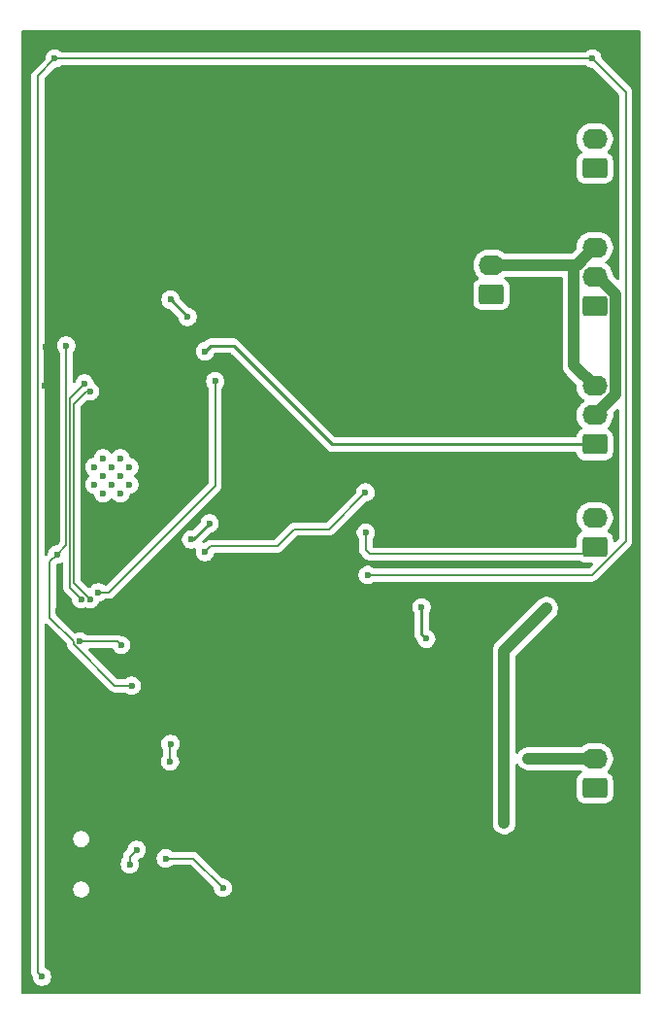
<source format=gbr>
%TF.GenerationSoftware,KiCad,Pcbnew,9.0.1*%
%TF.CreationDate,2025-09-21T13:40:19+02:00*%
%TF.ProjectId,TocBoatReceiver,546f6342-6f61-4745-9265-636569766572,rev?*%
%TF.SameCoordinates,Original*%
%TF.FileFunction,Copper,L2,Bot*%
%TF.FilePolarity,Positive*%
%FSLAX46Y46*%
G04 Gerber Fmt 4.6, Leading zero omitted, Abs format (unit mm)*
G04 Created by KiCad (PCBNEW 9.0.1) date 2025-09-21 13:40:19*
%MOMM*%
%LPD*%
G01*
G04 APERTURE LIST*
G04 Aperture macros list*
%AMRoundRect*
0 Rectangle with rounded corners*
0 $1 Rounding radius*
0 $2 $3 $4 $5 $6 $7 $8 $9 X,Y pos of 4 corners*
0 Add a 4 corners polygon primitive as box body*
4,1,4,$2,$3,$4,$5,$6,$7,$8,$9,$2,$3,0*
0 Add four circle primitives for the rounded corners*
1,1,$1+$1,$2,$3*
1,1,$1+$1,$4,$5*
1,1,$1+$1,$6,$7*
1,1,$1+$1,$8,$9*
0 Add four rect primitives between the rounded corners*
20,1,$1+$1,$2,$3,$4,$5,0*
20,1,$1+$1,$4,$5,$6,$7,0*
20,1,$1+$1,$6,$7,$8,$9,0*
20,1,$1+$1,$8,$9,$2,$3,0*%
G04 Aperture macros list end*
%TA.AperFunction,ComponentPad*%
%ADD10RoundRect,0.250000X0.845000X-0.620000X0.845000X0.620000X-0.845000X0.620000X-0.845000X-0.620000X0*%
%TD*%
%TA.AperFunction,ComponentPad*%
%ADD11O,2.190000X1.740000*%
%TD*%
%TA.AperFunction,HeatsinkPad*%
%ADD12C,0.600000*%
%TD*%
%TA.AperFunction,ViaPad*%
%ADD13C,0.600000*%
%TD*%
%TA.AperFunction,Conductor*%
%ADD14C,0.127000*%
%TD*%
%TA.AperFunction,Conductor*%
%ADD15C,0.254000*%
%TD*%
%TA.AperFunction,Conductor*%
%ADD16C,1.000000*%
%TD*%
%TA.AperFunction,Conductor*%
%ADD17C,0.200000*%
%TD*%
G04 APERTURE END LIST*
D10*
%TO.P,J6,1,Pin_1*%
%TO.N,/ESP32/GPIO4*%
X182000000Y-85620000D03*
D11*
%TO.P,J6,2,Pin_2*%
%TO.N,VDC*%
X182000000Y-83080000D03*
%TO.P,J6,3,Pin_3*%
%TO.N,GND*%
X182000000Y-80540000D03*
%TD*%
D10*
%TO.P,J7,1,Pin_1*%
%TO.N,/ESP32/GPIO14*%
X182000000Y-73540000D03*
D11*
%TO.P,J7,2,Pin_2*%
%TO.N,VDC*%
X182000000Y-71000000D03*
%TO.P,J7,3,Pin_3*%
%TO.N,GND*%
X182000000Y-68460000D03*
%TD*%
D10*
%TO.P,J8,1,Pin_1*%
%TO.N,+BATT*%
X173000000Y-72540000D03*
D11*
%TO.P,J8,2,Pin_2*%
%TO.N,GND*%
X173000000Y-70000000D03*
%TD*%
D10*
%TO.P,J3,1,Pin_1*%
%TO.N,Net-(J3-Pin_1)*%
X182000000Y-115540000D03*
D11*
%TO.P,J3,2,Pin_2*%
%TO.N,GND*%
X182000000Y-113000000D03*
%TD*%
D10*
%TO.P,J4,1,Pin_1*%
%TO.N,Net-(J4-Pin_1)*%
X182000000Y-94540000D03*
D11*
%TO.P,J4,2,Pin_2*%
%TO.N,Net-(J4-Pin_2)*%
X182000000Y-92000000D03*
%TD*%
D12*
%TO.P,U3,39,GND*%
%TO.N,GND*%
X139117500Y-89875000D03*
X140642500Y-89875000D03*
X138355000Y-89112500D03*
X139880000Y-89112500D03*
X141405000Y-89112500D03*
X139117500Y-88350000D03*
X140642500Y-88350000D03*
X138355000Y-87587500D03*
X139880000Y-87587500D03*
X141405000Y-87587500D03*
X139117500Y-86825000D03*
X140642500Y-86825000D03*
%TD*%
D10*
%TO.P,J5,1,Pin_1*%
%TO.N,Net-(J5-Pin_1)*%
X182000000Y-61540000D03*
D11*
%TO.P,J5,2,Pin_2*%
%TO.N,Net-(J5-Pin_2)*%
X182000000Y-59000000D03*
%TD*%
D13*
%TO.N,EN*%
X141600000Y-106650000D03*
X135900000Y-77000000D03*
X135100000Y-95200000D03*
%TO.N,GND*%
X146800000Y-93900000D03*
X176200000Y-113000000D03*
X148400000Y-92500000D03*
%TO.N,+3.3V*%
X164500000Y-103500000D03*
X134000000Y-80500000D03*
X147000000Y-59000000D03*
X176000000Y-125200000D03*
X148700000Y-125700000D03*
X167500000Y-107500000D03*
X153000000Y-66500000D03*
X168600000Y-123000000D03*
X140700000Y-109800000D03*
X134100000Y-77100000D03*
X135200000Y-100100000D03*
%TO.N,Net-(D1-K)*%
X133800000Y-132000000D03*
X162200000Y-97000000D03*
X134900000Y-52000000D03*
X181800000Y-52000000D03*
%TO.N,TX*%
X138000003Y-99100000D03*
X138000000Y-81000000D03*
%TO.N,D0*%
X148900000Y-80100000D03*
X140701500Y-103101500D03*
X138700000Y-98500000D03*
X137100000Y-102800000D03*
%TO.N,RX*%
X137200000Y-99100000D03*
X137500000Y-80300000D03*
%TO.N,+5V*%
X144573108Y-121694310D03*
X149566988Y-124266453D03*
%TO.N,Net-(J2-D+)*%
X142032603Y-120948454D03*
X141437500Y-122200000D03*
%TO.N,Net-(J4-Pin_1)*%
X162036500Y-93300000D03*
%TO.N,/ESP32/GPIO16*%
X145000000Y-73000000D03*
X146500000Y-74500000D03*
%TO.N,/ESP32/GPIO14*%
X148000000Y-95000000D03*
X162000828Y-89800828D03*
%TO.N,Net-(Q1B-E2)*%
X144951544Y-113248456D03*
X144991317Y-111709500D03*
%TO.N,/ESP32/GPIO4*%
X148000000Y-77500000D03*
%TO.N,/ESP32/SCL*%
X166900000Y-99800000D03*
X167300000Y-102550000D03*
%TO.N,VDC*%
X174100000Y-118600000D03*
X177800000Y-99900000D03*
%TD*%
D14*
%TO.N,EN*%
X136536500Y-103033410D02*
X136536500Y-102779752D01*
X141600000Y-106650000D02*
X140153090Y-106650000D01*
X134473000Y-100716252D02*
X134473000Y-95827000D01*
X136536500Y-102779752D02*
X134473000Y-100716252D01*
X135900000Y-94400000D02*
X135100000Y-95200000D01*
X134473000Y-95827000D02*
X135100000Y-95200000D01*
X140153090Y-106650000D02*
X136536500Y-103033410D01*
X135900000Y-77000000D02*
X135900000Y-94400000D01*
D15*
%TO.N,GND*%
X146800000Y-93900000D02*
X147000000Y-93900000D01*
D16*
X180460000Y-70000000D02*
X181280000Y-69180000D01*
X182000000Y-113000000D02*
X176200000Y-113000000D01*
D15*
X147000000Y-93900000D02*
X148400000Y-92500000D01*
D16*
X180204000Y-78744000D02*
X182000000Y-80540000D01*
X181280000Y-69180000D02*
X180204000Y-70256000D01*
X180204000Y-70256000D02*
X180204000Y-78744000D01*
X173000000Y-70000000D02*
X180460000Y-70000000D01*
X182000000Y-68460000D02*
X181280000Y-69180000D01*
D14*
%TO.N,+3.3V*%
X134000000Y-80500000D02*
X134000000Y-77200000D01*
X134000000Y-77200000D02*
X134100000Y-77100000D01*
%TO.N,Net-(D1-K)*%
X181800000Y-52000000D02*
X184700000Y-54900000D01*
X181738126Y-97000000D02*
X162200000Y-97000000D01*
X181800000Y-52000000D02*
X134900000Y-52000000D01*
X133436500Y-131636500D02*
X133800000Y-132000000D01*
X184700000Y-54900000D02*
X184700000Y-94038126D01*
X134900000Y-52000000D02*
X133436500Y-53463500D01*
X184700000Y-94038126D02*
X181738126Y-97000000D01*
X133436500Y-53463500D02*
X133436500Y-131636500D01*
%TO.N,TX*%
X138000000Y-99100000D02*
X138000003Y-99100000D01*
X136554000Y-82146000D02*
X136554000Y-97654000D01*
X137700000Y-81000000D02*
X136554000Y-82146000D01*
X138000000Y-81000000D02*
X137700000Y-81000000D01*
X136554000Y-97654000D02*
X138000000Y-99100000D01*
%TO.N,D0*%
X144400000Y-93700000D02*
X148900000Y-89200000D01*
X140400000Y-102800000D02*
X140701500Y-103101500D01*
X138700000Y-98500000D02*
X139600000Y-98500000D01*
X137100000Y-102800000D02*
X140400000Y-102800000D01*
X148900000Y-89200000D02*
X148900000Y-80100000D01*
X139600000Y-98500000D02*
X144400000Y-93700000D01*
%TO.N,RX*%
X137200000Y-99100000D02*
X136227000Y-98127000D01*
X136227000Y-81500000D02*
X136300000Y-81500000D01*
X136300000Y-81500000D02*
X137500000Y-80300000D01*
X136227000Y-98127000D02*
X136227000Y-81500000D01*
%TO.N,+5V*%
X146994845Y-121694310D02*
X149566988Y-124266453D01*
X144573108Y-121694310D02*
X146994845Y-121694310D01*
D17*
%TO.N,Net-(J2-D+)*%
X141437500Y-122200000D02*
X141437500Y-121543557D01*
X141437500Y-121543557D02*
X142032603Y-120948454D01*
D14*
%TO.N,Net-(J4-Pin_1)*%
X162036500Y-94833410D02*
X162036500Y-93300000D01*
X181376500Y-95163500D02*
X162366590Y-95163500D01*
X162366590Y-95163500D02*
X162036500Y-94833410D01*
X182000000Y-94540000D02*
X181376500Y-95163500D01*
D15*
%TO.N,/ESP32/GPIO16*%
X146500000Y-74500000D02*
X145000000Y-73000000D01*
D14*
%TO.N,/ESP32/GPIO14*%
X154300000Y-94500000D02*
X148500000Y-94500000D01*
X155800000Y-93000000D02*
X158801656Y-93000000D01*
X154300000Y-94500000D02*
X155800000Y-93000000D01*
X148500000Y-94500000D02*
X148000000Y-95000000D01*
X158801656Y-93000000D02*
X162000828Y-89800828D01*
%TO.N,Net-(Q1B-E2)*%
X144951544Y-111749273D02*
X144991317Y-111709500D01*
X144951544Y-113248456D02*
X144951544Y-111749273D01*
D15*
%TO.N,/ESP32/GPIO4*%
X150500000Y-77000000D02*
X159120000Y-85620000D01*
X148500000Y-77000000D02*
X150500000Y-77000000D01*
X148000000Y-77500000D02*
X148500000Y-77000000D01*
X159120000Y-85620000D02*
X182000000Y-85620000D01*
%TO.N,/ESP32/SCL*%
X166900000Y-102150000D02*
X167300000Y-102550000D01*
X166900000Y-99800000D02*
X166900000Y-102150000D01*
D16*
%TO.N,VDC*%
X183796000Y-81284000D02*
X182000000Y-83080000D01*
X182000000Y-71000000D02*
X182276844Y-71000000D01*
X174100000Y-103600000D02*
X177800000Y-99900000D01*
X183796000Y-72519156D02*
X183796000Y-81284000D01*
X182276844Y-71000000D02*
X183796000Y-72519156D01*
X174100000Y-118600000D02*
X174100000Y-103600000D01*
%TD*%
%TA.AperFunction,Conductor*%
%TO.N,+3.3V*%
G36*
X185942539Y-49520185D02*
G01*
X185988294Y-49572989D01*
X185999500Y-49624500D01*
X185999500Y-133375500D01*
X185979815Y-133442539D01*
X185927011Y-133488294D01*
X185875500Y-133499500D01*
X132124500Y-133499500D01*
X132057461Y-133479815D01*
X132011706Y-133427011D01*
X132000500Y-133375500D01*
X132000500Y-53389248D01*
X132872500Y-53389248D01*
X132872500Y-131710752D01*
X132910935Y-131854195D01*
X132910936Y-131854198D01*
X132982887Y-131978820D01*
X132999500Y-132040820D01*
X132999500Y-132078846D01*
X133030261Y-132233489D01*
X133030264Y-132233501D01*
X133090602Y-132379172D01*
X133090609Y-132379185D01*
X133178210Y-132510288D01*
X133178213Y-132510292D01*
X133289707Y-132621786D01*
X133289711Y-132621789D01*
X133420814Y-132709390D01*
X133420827Y-132709397D01*
X133566498Y-132769735D01*
X133566503Y-132769737D01*
X133721153Y-132800499D01*
X133721156Y-132800500D01*
X133721158Y-132800500D01*
X133878844Y-132800500D01*
X133878845Y-132800499D01*
X134033497Y-132769737D01*
X134179179Y-132709394D01*
X134310289Y-132621789D01*
X134421789Y-132510289D01*
X134509394Y-132379179D01*
X134569737Y-132233497D01*
X134600500Y-132078842D01*
X134600500Y-131921158D01*
X134600500Y-131921155D01*
X134600499Y-131921153D01*
X134569738Y-131766510D01*
X134569737Y-131766503D01*
X134546645Y-131710753D01*
X134509397Y-131620827D01*
X134509390Y-131620814D01*
X134421789Y-131489711D01*
X134421786Y-131489707D01*
X134310292Y-131378213D01*
X134310288Y-131378210D01*
X134179185Y-131290609D01*
X134179175Y-131290604D01*
X134077047Y-131248301D01*
X134022644Y-131204460D01*
X134000579Y-131138166D01*
X134000500Y-131133740D01*
X134000500Y-124468995D01*
X136499499Y-124468995D01*
X136526418Y-124604322D01*
X136526421Y-124604332D01*
X136579221Y-124731804D01*
X136579228Y-124731817D01*
X136655885Y-124846541D01*
X136655888Y-124846545D01*
X136753454Y-124944111D01*
X136753458Y-124944114D01*
X136868182Y-125020771D01*
X136868195Y-125020778D01*
X136979673Y-125066953D01*
X136995672Y-125073580D01*
X136995676Y-125073580D01*
X136995677Y-125073581D01*
X137131004Y-125100500D01*
X137131007Y-125100500D01*
X137268995Y-125100500D01*
X137360041Y-125082389D01*
X137404328Y-125073580D01*
X137531811Y-125020775D01*
X137646542Y-124944114D01*
X137744114Y-124846542D01*
X137820775Y-124731811D01*
X137873580Y-124604328D01*
X137882389Y-124560041D01*
X137900500Y-124468995D01*
X137900500Y-124331004D01*
X137873581Y-124195677D01*
X137873580Y-124195676D01*
X137873580Y-124195672D01*
X137870239Y-124187606D01*
X137820778Y-124068195D01*
X137820771Y-124068182D01*
X137744114Y-123953458D01*
X137744111Y-123953454D01*
X137646545Y-123855888D01*
X137646541Y-123855885D01*
X137531817Y-123779228D01*
X137531804Y-123779221D01*
X137404332Y-123726421D01*
X137404322Y-123726418D01*
X137268995Y-123699500D01*
X137268993Y-123699500D01*
X137131007Y-123699500D01*
X137131005Y-123699500D01*
X136995677Y-123726418D01*
X136995667Y-123726421D01*
X136868195Y-123779221D01*
X136868182Y-123779228D01*
X136753458Y-123855885D01*
X136753454Y-123855888D01*
X136655888Y-123953454D01*
X136655885Y-123953458D01*
X136579228Y-124068182D01*
X136579221Y-124068195D01*
X136526421Y-124195667D01*
X136526418Y-124195677D01*
X136499500Y-124331004D01*
X136499500Y-124331007D01*
X136499500Y-124468993D01*
X136499500Y-124468995D01*
X136499499Y-124468995D01*
X134000500Y-124468995D01*
X134000500Y-122121153D01*
X140637000Y-122121153D01*
X140637000Y-122278846D01*
X140667761Y-122433489D01*
X140667764Y-122433501D01*
X140728102Y-122579172D01*
X140728109Y-122579185D01*
X140815710Y-122710288D01*
X140815713Y-122710292D01*
X140927207Y-122821786D01*
X140927211Y-122821789D01*
X141058314Y-122909390D01*
X141058327Y-122909397D01*
X141203998Y-122969735D01*
X141204003Y-122969737D01*
X141358653Y-123000499D01*
X141358656Y-123000500D01*
X141358658Y-123000500D01*
X141516344Y-123000500D01*
X141516345Y-123000499D01*
X141670997Y-122969737D01*
X141816679Y-122909394D01*
X141947789Y-122821789D01*
X142059289Y-122710289D01*
X142146894Y-122579179D01*
X142207237Y-122433497D01*
X142238000Y-122278842D01*
X142238000Y-122121158D01*
X142238000Y-122121155D01*
X142237999Y-122121153D01*
X142228518Y-122073489D01*
X142207237Y-121966503D01*
X142174513Y-121887501D01*
X142167045Y-121818033D01*
X142198320Y-121755554D01*
X142258409Y-121719902D01*
X142264865Y-121718436D01*
X142266100Y-121718191D01*
X142411782Y-121657848D01*
X142475216Y-121615463D01*
X143772608Y-121615463D01*
X143772608Y-121773156D01*
X143803369Y-121927799D01*
X143803372Y-121927811D01*
X143863710Y-122073482D01*
X143863717Y-122073495D01*
X143951318Y-122204598D01*
X143951321Y-122204602D01*
X144062815Y-122316096D01*
X144062819Y-122316099D01*
X144193922Y-122403700D01*
X144193935Y-122403707D01*
X144339606Y-122464045D01*
X144339611Y-122464047D01*
X144494261Y-122494809D01*
X144494264Y-122494810D01*
X144494266Y-122494810D01*
X144651952Y-122494810D01*
X144651953Y-122494809D01*
X144806605Y-122464047D01*
X144952287Y-122403704D01*
X145083397Y-122316099D01*
X145083400Y-122316096D01*
X145104868Y-122294629D01*
X145166191Y-122261144D01*
X145192549Y-122258310D01*
X146709867Y-122258310D01*
X146776906Y-122277995D01*
X146797548Y-122294629D01*
X148730169Y-124227250D01*
X148763654Y-124288573D01*
X148766488Y-124314931D01*
X148766488Y-124345299D01*
X148797249Y-124499942D01*
X148797252Y-124499954D01*
X148857590Y-124645625D01*
X148857597Y-124645638D01*
X148945198Y-124776741D01*
X148945201Y-124776745D01*
X149056695Y-124888239D01*
X149056699Y-124888242D01*
X149187802Y-124975843D01*
X149187815Y-124975850D01*
X149333486Y-125036188D01*
X149333491Y-125036190D01*
X149488141Y-125066952D01*
X149488144Y-125066953D01*
X149488146Y-125066953D01*
X149645832Y-125066953D01*
X149645833Y-125066952D01*
X149800485Y-125036190D01*
X149946167Y-124975847D01*
X150077277Y-124888242D01*
X150188777Y-124776742D01*
X150276382Y-124645632D01*
X150336725Y-124499950D01*
X150367488Y-124345295D01*
X150367488Y-124187611D01*
X150367488Y-124187608D01*
X150367487Y-124187606D01*
X150336725Y-124032956D01*
X150303796Y-123953458D01*
X150276385Y-123887280D01*
X150276378Y-123887267D01*
X150188777Y-123756164D01*
X150188774Y-123756160D01*
X150077280Y-123644666D01*
X150077276Y-123644663D01*
X149946173Y-123557062D01*
X149946160Y-123557055D01*
X149800489Y-123496717D01*
X149800477Y-123496714D01*
X149645833Y-123465953D01*
X149645830Y-123465953D01*
X149615467Y-123465953D01*
X149548428Y-123446268D01*
X149527786Y-123429634D01*
X147453228Y-121355077D01*
X147453226Y-121355074D01*
X147341151Y-121242999D01*
X147341149Y-121242997D01*
X147235421Y-121181955D01*
X147212543Y-121168746D01*
X147212542Y-121168745D01*
X147212541Y-121168745D01*
X147069098Y-121130310D01*
X147069097Y-121130310D01*
X145192549Y-121130310D01*
X145125510Y-121110625D01*
X145104868Y-121093991D01*
X145083400Y-121072523D01*
X145083396Y-121072520D01*
X144952293Y-120984919D01*
X144952280Y-120984912D01*
X144806609Y-120924574D01*
X144806597Y-120924571D01*
X144651953Y-120893810D01*
X144651950Y-120893810D01*
X144494266Y-120893810D01*
X144494263Y-120893810D01*
X144339618Y-120924571D01*
X144339606Y-120924574D01*
X144193935Y-120984912D01*
X144193922Y-120984919D01*
X144062819Y-121072520D01*
X144062815Y-121072523D01*
X143951321Y-121184017D01*
X143951318Y-121184021D01*
X143863717Y-121315124D01*
X143863710Y-121315137D01*
X143803372Y-121460808D01*
X143803369Y-121460820D01*
X143772608Y-121615463D01*
X142475216Y-121615463D01*
X142542892Y-121570243D01*
X142542895Y-121570240D01*
X142591441Y-121521695D01*
X142654389Y-121458746D01*
X142654392Y-121458743D01*
X142741997Y-121327633D01*
X142747176Y-121315131D01*
X142777055Y-121242995D01*
X142802340Y-121181951D01*
X142833103Y-121027296D01*
X142833103Y-120869612D01*
X142833103Y-120869609D01*
X142833102Y-120869607D01*
X142802341Y-120714964D01*
X142802341Y-120714962D01*
X142802340Y-120714957D01*
X142785201Y-120673580D01*
X142742000Y-120569281D01*
X142741993Y-120569268D01*
X142654392Y-120438165D01*
X142654389Y-120438161D01*
X142542895Y-120326667D01*
X142542891Y-120326664D01*
X142411788Y-120239063D01*
X142411775Y-120239056D01*
X142266104Y-120178718D01*
X142266092Y-120178715D01*
X142111448Y-120147954D01*
X142111445Y-120147954D01*
X141953761Y-120147954D01*
X141953758Y-120147954D01*
X141799113Y-120178715D01*
X141799101Y-120178718D01*
X141653430Y-120239056D01*
X141653417Y-120239063D01*
X141522314Y-120326664D01*
X141522310Y-120326667D01*
X141410816Y-120438161D01*
X141410813Y-120438165D01*
X141323212Y-120569268D01*
X141323205Y-120569281D01*
X141262867Y-120714952D01*
X141262864Y-120714962D01*
X141231965Y-120870301D01*
X141223199Y-120887058D01*
X141219180Y-120905535D01*
X141200435Y-120930576D01*
X141199580Y-120932212D01*
X141198030Y-120933790D01*
X141146908Y-120984912D01*
X141068785Y-121063035D01*
X141068784Y-121063036D01*
X141061718Y-121070103D01*
X141061715Y-121070104D01*
X141061714Y-121070105D01*
X141061715Y-121070106D01*
X140956978Y-121174842D01*
X140926643Y-121227386D01*
X140917630Y-121242998D01*
X140877923Y-121311772D01*
X140836999Y-121464500D01*
X140836999Y-121464502D01*
X140836999Y-121620235D01*
X140817314Y-121687274D01*
X140816101Y-121689126D01*
X140728109Y-121820814D01*
X140728102Y-121820827D01*
X140667764Y-121966498D01*
X140667761Y-121966510D01*
X140637000Y-122121153D01*
X134000500Y-122121153D01*
X134000500Y-120068995D01*
X136499499Y-120068995D01*
X136526418Y-120204322D01*
X136526421Y-120204332D01*
X136579221Y-120331804D01*
X136579228Y-120331817D01*
X136655885Y-120446541D01*
X136655888Y-120446545D01*
X136753454Y-120544111D01*
X136753458Y-120544114D01*
X136868182Y-120620771D01*
X136868195Y-120620778D01*
X136995667Y-120673578D01*
X136995672Y-120673580D01*
X136995676Y-120673580D01*
X136995677Y-120673581D01*
X137131004Y-120700500D01*
X137131007Y-120700500D01*
X137268995Y-120700500D01*
X137360041Y-120682389D01*
X137404328Y-120673580D01*
X137531811Y-120620775D01*
X137646542Y-120544114D01*
X137744114Y-120446542D01*
X137820775Y-120331811D01*
X137873580Y-120204328D01*
X137900500Y-120068993D01*
X137900500Y-119931007D01*
X137900500Y-119931004D01*
X137873581Y-119795677D01*
X137873580Y-119795676D01*
X137873580Y-119795672D01*
X137873578Y-119795667D01*
X137820778Y-119668195D01*
X137820771Y-119668182D01*
X137744114Y-119553458D01*
X137744111Y-119553454D01*
X137646545Y-119455888D01*
X137646541Y-119455885D01*
X137531817Y-119379228D01*
X137531804Y-119379221D01*
X137404332Y-119326421D01*
X137404322Y-119326418D01*
X137268995Y-119299500D01*
X137268993Y-119299500D01*
X137131007Y-119299500D01*
X137131005Y-119299500D01*
X136995677Y-119326418D01*
X136995667Y-119326421D01*
X136868195Y-119379221D01*
X136868182Y-119379228D01*
X136753458Y-119455885D01*
X136753454Y-119455888D01*
X136655888Y-119553454D01*
X136655885Y-119553458D01*
X136579228Y-119668182D01*
X136579221Y-119668195D01*
X136526421Y-119795667D01*
X136526418Y-119795677D01*
X136499500Y-119931004D01*
X136499500Y-119931007D01*
X136499500Y-120068993D01*
X136499500Y-120068995D01*
X136499499Y-120068995D01*
X134000500Y-120068995D01*
X134000500Y-118698543D01*
X173099499Y-118698543D01*
X173137947Y-118891829D01*
X173137950Y-118891839D01*
X173213364Y-119073907D01*
X173213371Y-119073920D01*
X173322860Y-119237781D01*
X173322863Y-119237785D01*
X173462214Y-119377136D01*
X173462218Y-119377139D01*
X173626079Y-119486628D01*
X173626092Y-119486635D01*
X173808160Y-119562049D01*
X173808165Y-119562051D01*
X173808169Y-119562051D01*
X173808170Y-119562052D01*
X174001456Y-119600500D01*
X174001459Y-119600500D01*
X174198543Y-119600500D01*
X174328582Y-119574632D01*
X174391835Y-119562051D01*
X174573914Y-119486632D01*
X174737782Y-119377139D01*
X174877139Y-119237782D01*
X174986632Y-119073914D01*
X175062051Y-118891835D01*
X175100500Y-118698541D01*
X175100500Y-113564108D01*
X175120185Y-113497069D01*
X175172989Y-113451314D01*
X175242147Y-113441370D01*
X175305703Y-113470395D01*
X175327602Y-113495217D01*
X175422860Y-113637782D01*
X175562214Y-113777136D01*
X175562218Y-113777139D01*
X175726079Y-113886628D01*
X175726092Y-113886635D01*
X175898013Y-113957846D01*
X175908165Y-113962051D01*
X175908169Y-113962051D01*
X175908170Y-113962052D01*
X176101456Y-114000500D01*
X176101459Y-114000500D01*
X180779624Y-114000500D01*
X180846663Y-114020185D01*
X180892418Y-114072989D01*
X180902362Y-114142147D01*
X180873337Y-114205703D01*
X180841014Y-114230100D01*
X180841813Y-114231395D01*
X180835667Y-114235185D01*
X180835666Y-114235186D01*
X180737419Y-114295784D01*
X180686342Y-114327289D01*
X180562289Y-114451342D01*
X180470187Y-114600663D01*
X180470186Y-114600666D01*
X180415001Y-114767203D01*
X180415001Y-114767204D01*
X180415000Y-114767204D01*
X180404500Y-114869983D01*
X180404500Y-116210001D01*
X180404501Y-116210018D01*
X180415000Y-116312796D01*
X180415001Y-116312799D01*
X180470185Y-116479331D01*
X180470186Y-116479334D01*
X180562288Y-116628656D01*
X180686344Y-116752712D01*
X180835666Y-116844814D01*
X181002203Y-116899999D01*
X181104991Y-116910500D01*
X182895008Y-116910499D01*
X182997797Y-116899999D01*
X183164334Y-116844814D01*
X183313656Y-116752712D01*
X183437712Y-116628656D01*
X183529814Y-116479334D01*
X183584999Y-116312797D01*
X183595500Y-116210009D01*
X183595499Y-114869992D01*
X183584999Y-114767203D01*
X183529814Y-114600666D01*
X183437712Y-114451344D01*
X183313656Y-114327288D01*
X183164334Y-114235186D01*
X183164326Y-114235181D01*
X183163645Y-114234864D01*
X183163256Y-114234521D01*
X183158187Y-114231395D01*
X183158721Y-114230528D01*
X183111208Y-114188688D01*
X183092060Y-114121494D01*
X183112280Y-114054614D01*
X183128366Y-114034813D01*
X183270359Y-113892821D01*
X183397157Y-113718299D01*
X183495092Y-113526089D01*
X183561754Y-113320926D01*
X183576752Y-113226230D01*
X183595500Y-113107866D01*
X183595500Y-112892133D01*
X183571113Y-112738163D01*
X183561754Y-112679074D01*
X183495092Y-112473911D01*
X183397157Y-112281701D01*
X183270359Y-112107179D01*
X183117821Y-111954641D01*
X182943299Y-111827843D01*
X182751089Y-111729908D01*
X182545926Y-111663246D01*
X182545924Y-111663245D01*
X182545922Y-111663245D01*
X182332866Y-111629500D01*
X182332861Y-111629500D01*
X181667139Y-111629500D01*
X181667134Y-111629500D01*
X181454077Y-111663245D01*
X181248908Y-111729909D01*
X181056700Y-111827843D01*
X180957129Y-111900186D01*
X180882179Y-111954641D01*
X180882177Y-111954643D01*
X180882176Y-111954643D01*
X180873639Y-111963181D01*
X180812316Y-111996666D01*
X180785958Y-111999500D01*
X176101457Y-111999500D01*
X175908170Y-112037947D01*
X175908160Y-112037950D01*
X175726092Y-112113364D01*
X175726079Y-112113371D01*
X175562218Y-112222860D01*
X175562214Y-112222863D01*
X175422863Y-112362214D01*
X175422860Y-112362218D01*
X175327602Y-112504782D01*
X175273990Y-112549587D01*
X175204665Y-112558294D01*
X175141637Y-112528139D01*
X175104918Y-112468696D01*
X175100500Y-112435891D01*
X175100500Y-104065782D01*
X175120185Y-103998743D01*
X175136819Y-103978101D01*
X178577136Y-100537784D01*
X178577139Y-100537781D01*
X178686631Y-100373914D01*
X178762051Y-100191836D01*
X178800500Y-99998540D01*
X178800500Y-99801460D01*
X178800500Y-99801457D01*
X178800499Y-99801455D01*
X178762051Y-99608164D01*
X178686631Y-99426086D01*
X178686629Y-99426083D01*
X178686627Y-99426079D01*
X178577139Y-99262219D01*
X178577136Y-99262215D01*
X178437784Y-99122863D01*
X178437780Y-99122860D01*
X178273920Y-99013372D01*
X178273910Y-99013367D01*
X178091836Y-98937949D01*
X178091828Y-98937947D01*
X177898543Y-98899500D01*
X177898540Y-98899500D01*
X177701460Y-98899500D01*
X177701457Y-98899500D01*
X177508171Y-98937947D01*
X177508163Y-98937949D01*
X177326089Y-99013367D01*
X177326079Y-99013372D01*
X177162219Y-99122860D01*
X177162215Y-99122863D01*
X175259220Y-101025859D01*
X173462221Y-102822858D01*
X173462218Y-102822861D01*
X173417081Y-102867998D01*
X173322859Y-102962219D01*
X173213371Y-103126080D01*
X173213364Y-103126093D01*
X173190895Y-103180341D01*
X173190895Y-103180342D01*
X173137950Y-103308160D01*
X173137949Y-103308163D01*
X173137949Y-103308164D01*
X173135755Y-103319196D01*
X173099500Y-103501459D01*
X173099500Y-118698541D01*
X173099500Y-118698543D01*
X173099499Y-118698543D01*
X134000500Y-118698543D01*
X134000500Y-113169609D01*
X144151044Y-113169609D01*
X144151044Y-113327302D01*
X144181805Y-113481945D01*
X144181808Y-113481957D01*
X144242146Y-113627628D01*
X144242153Y-113627641D01*
X144329754Y-113758744D01*
X144329757Y-113758748D01*
X144441251Y-113870242D01*
X144441255Y-113870245D01*
X144572358Y-113957846D01*
X144572371Y-113957853D01*
X144675332Y-114000500D01*
X144718047Y-114018193D01*
X144801551Y-114034803D01*
X144872697Y-114048955D01*
X144872700Y-114048956D01*
X144872702Y-114048956D01*
X145030388Y-114048956D01*
X145030389Y-114048955D01*
X145185041Y-114018193D01*
X145297710Y-113971523D01*
X145330716Y-113957853D01*
X145330716Y-113957852D01*
X145330723Y-113957850D01*
X145461833Y-113870245D01*
X145573333Y-113758745D01*
X145660938Y-113627635D01*
X145721281Y-113481953D01*
X145752044Y-113327298D01*
X145752044Y-113169614D01*
X145752044Y-113169611D01*
X145752043Y-113169609D01*
X145739760Y-113107861D01*
X145721281Y-113014959D01*
X145721279Y-113014954D01*
X145660941Y-112869283D01*
X145660934Y-112869270D01*
X145573333Y-112738167D01*
X145573330Y-112738163D01*
X145551863Y-112716696D01*
X145518378Y-112655373D01*
X145515544Y-112629015D01*
X145515544Y-112368713D01*
X145535229Y-112301674D01*
X145551858Y-112281036D01*
X145613106Y-112219789D01*
X145700711Y-112088679D01*
X145761054Y-111942997D01*
X145791817Y-111788342D01*
X145791817Y-111630658D01*
X145791817Y-111630655D01*
X145791816Y-111630653D01*
X145761055Y-111476010D01*
X145761054Y-111476003D01*
X145761052Y-111475998D01*
X145700714Y-111330327D01*
X145700707Y-111330314D01*
X145613106Y-111199211D01*
X145613103Y-111199207D01*
X145501609Y-111087713D01*
X145501605Y-111087710D01*
X145370502Y-111000109D01*
X145370489Y-111000102D01*
X145224818Y-110939764D01*
X145224806Y-110939761D01*
X145070162Y-110909000D01*
X145070159Y-110909000D01*
X144912475Y-110909000D01*
X144912472Y-110909000D01*
X144757827Y-110939761D01*
X144757815Y-110939764D01*
X144612144Y-111000102D01*
X144612131Y-111000109D01*
X144481028Y-111087710D01*
X144481024Y-111087713D01*
X144369530Y-111199207D01*
X144369527Y-111199211D01*
X144281926Y-111330314D01*
X144281919Y-111330327D01*
X144221581Y-111475998D01*
X144221578Y-111476010D01*
X144190817Y-111630653D01*
X144190817Y-111788346D01*
X144221578Y-111942989D01*
X144221581Y-111943001D01*
X144281919Y-112088672D01*
X144281926Y-112088685D01*
X144366646Y-112215476D01*
X144387524Y-112282153D01*
X144387544Y-112284367D01*
X144387544Y-112629015D01*
X144367859Y-112696054D01*
X144351225Y-112716696D01*
X144329757Y-112738163D01*
X144329754Y-112738167D01*
X144242153Y-112869270D01*
X144242146Y-112869283D01*
X144181808Y-113014954D01*
X144181805Y-113014966D01*
X144151044Y-113169609D01*
X134000500Y-113169609D01*
X134000500Y-101340730D01*
X134020185Y-101273691D01*
X134072989Y-101227936D01*
X134142147Y-101217992D01*
X134205703Y-101247017D01*
X134212181Y-101253049D01*
X135936181Y-102977049D01*
X135969666Y-103038372D01*
X135972500Y-103064730D01*
X135972500Y-103107663D01*
X135989683Y-103171789D01*
X135991974Y-103180341D01*
X136010935Y-103251107D01*
X136010936Y-103251108D01*
X136085187Y-103379714D01*
X136085189Y-103379716D01*
X136197261Y-103491788D01*
X136197266Y-103491792D01*
X139806786Y-107101313D01*
X139806787Y-107101314D01*
X139806789Y-107101315D01*
X139935390Y-107175563D01*
X139935391Y-107175563D01*
X139935394Y-107175565D01*
X140078838Y-107214001D01*
X140078841Y-107214001D01*
X140234939Y-107214001D01*
X140234955Y-107214000D01*
X140980559Y-107214000D01*
X141047598Y-107233685D01*
X141068240Y-107250319D01*
X141089707Y-107271786D01*
X141089711Y-107271789D01*
X141220814Y-107359390D01*
X141220827Y-107359397D01*
X141366498Y-107419735D01*
X141366503Y-107419737D01*
X141521153Y-107450499D01*
X141521156Y-107450500D01*
X141521158Y-107450500D01*
X141678844Y-107450500D01*
X141678845Y-107450499D01*
X141833497Y-107419737D01*
X141979179Y-107359394D01*
X142110289Y-107271789D01*
X142221789Y-107160289D01*
X142309394Y-107029179D01*
X142369737Y-106883497D01*
X142400500Y-106728842D01*
X142400500Y-106571158D01*
X142400500Y-106571155D01*
X142400499Y-106571153D01*
X142369738Y-106416510D01*
X142369737Y-106416503D01*
X142369735Y-106416498D01*
X142309397Y-106270827D01*
X142309390Y-106270814D01*
X142221789Y-106139711D01*
X142221786Y-106139707D01*
X142110292Y-106028213D01*
X142110288Y-106028210D01*
X141979185Y-105940609D01*
X141979172Y-105940602D01*
X141833501Y-105880264D01*
X141833489Y-105880261D01*
X141678845Y-105849500D01*
X141678842Y-105849500D01*
X141521158Y-105849500D01*
X141521155Y-105849500D01*
X141366510Y-105880261D01*
X141366498Y-105880264D01*
X141220827Y-105940602D01*
X141220814Y-105940609D01*
X141089711Y-106028210D01*
X141089707Y-106028213D01*
X141068240Y-106049681D01*
X141006917Y-106083166D01*
X140980559Y-106086000D01*
X140438069Y-106086000D01*
X140371030Y-106066315D01*
X140350388Y-106049681D01*
X137876388Y-103575681D01*
X137842903Y-103514358D01*
X137847887Y-103444666D01*
X137889759Y-103388733D01*
X137955223Y-103364316D01*
X137964069Y-103364000D01*
X139860922Y-103364000D01*
X139927961Y-103383685D01*
X139973716Y-103436489D01*
X139975483Y-103440548D01*
X139992102Y-103480673D01*
X139992109Y-103480685D01*
X140079710Y-103611788D01*
X140079713Y-103611792D01*
X140191207Y-103723286D01*
X140191211Y-103723289D01*
X140322314Y-103810890D01*
X140322327Y-103810897D01*
X140467998Y-103871235D01*
X140468003Y-103871237D01*
X140622653Y-103901999D01*
X140622656Y-103902000D01*
X140622658Y-103902000D01*
X140780344Y-103902000D01*
X140780345Y-103901999D01*
X140934997Y-103871237D01*
X141080679Y-103810894D01*
X141211789Y-103723289D01*
X141323289Y-103611789D01*
X141410894Y-103480679D01*
X141471237Y-103334997D01*
X141502000Y-103180342D01*
X141502000Y-103022658D01*
X141502000Y-103022655D01*
X141501999Y-103022653D01*
X141489978Y-102962219D01*
X141471237Y-102868003D01*
X141452539Y-102822861D01*
X141410897Y-102722327D01*
X141410890Y-102722314D01*
X141323289Y-102591211D01*
X141323286Y-102591207D01*
X141211792Y-102479713D01*
X141211788Y-102479710D01*
X141080685Y-102392109D01*
X141080672Y-102392102D01*
X140935001Y-102331764D01*
X140934989Y-102331761D01*
X140780345Y-102301000D01*
X140780342Y-102301000D01*
X140696933Y-102301000D01*
X140634934Y-102284387D01*
X140617696Y-102274435D01*
X140474253Y-102236000D01*
X140474252Y-102236000D01*
X137719441Y-102236000D01*
X137652402Y-102216315D01*
X137631760Y-102199681D01*
X137610292Y-102178213D01*
X137610288Y-102178210D01*
X137479185Y-102090609D01*
X137479172Y-102090602D01*
X137333501Y-102030264D01*
X137333489Y-102030261D01*
X137178845Y-101999500D01*
X137178842Y-101999500D01*
X137021158Y-101999500D01*
X137021155Y-101999500D01*
X136866510Y-102030261D01*
X136866498Y-102030264D01*
X136743733Y-102081115D01*
X136674264Y-102088584D01*
X136611785Y-102057308D01*
X136608600Y-102054235D01*
X135073319Y-100518954D01*
X135039834Y-100457631D01*
X135037000Y-100431273D01*
X135037000Y-96124500D01*
X135056685Y-96057461D01*
X135109489Y-96011706D01*
X135161000Y-96000500D01*
X135178844Y-96000500D01*
X135178845Y-96000499D01*
X135333497Y-95969737D01*
X135479179Y-95909394D01*
X135479188Y-95909387D01*
X135480542Y-95908665D01*
X135481343Y-95908498D01*
X135484808Y-95907063D01*
X135485080Y-95907719D01*
X135548944Y-95894420D01*
X135614189Y-95919418D01*
X135655562Y-95975721D01*
X135663000Y-96018021D01*
X135663000Y-98201254D01*
X135684716Y-98282303D01*
X135684717Y-98282303D01*
X135701436Y-98344699D01*
X135775684Y-98473300D01*
X135775689Y-98473306D01*
X135887761Y-98585378D01*
X135887767Y-98585383D01*
X136363181Y-99060797D01*
X136396666Y-99122120D01*
X136399500Y-99148478D01*
X136399500Y-99178845D01*
X136430261Y-99333489D01*
X136430264Y-99333501D01*
X136490602Y-99479172D01*
X136490609Y-99479185D01*
X136578210Y-99610288D01*
X136578213Y-99610292D01*
X136689707Y-99721786D01*
X136689711Y-99721789D01*
X136820814Y-99809390D01*
X136820827Y-99809397D01*
X136966498Y-99869735D01*
X136966503Y-99869737D01*
X137121153Y-99900499D01*
X137121156Y-99900500D01*
X137121158Y-99900500D01*
X137278844Y-99900500D01*
X137278845Y-99900499D01*
X137433497Y-99869737D01*
X137552550Y-99820423D01*
X137622017Y-99812955D01*
X137647450Y-99820422D01*
X137766506Y-99869737D01*
X137921156Y-99900499D01*
X137921159Y-99900500D01*
X137921161Y-99900500D01*
X138078847Y-99900500D01*
X138078848Y-99900499D01*
X138233500Y-99869737D01*
X138379182Y-99809394D01*
X138510292Y-99721789D01*
X138510928Y-99721153D01*
X166099500Y-99721153D01*
X166099500Y-99878846D01*
X166130261Y-100033489D01*
X166130264Y-100033501D01*
X166190603Y-100179174D01*
X166190604Y-100179175D01*
X166190606Y-100179179D01*
X166251602Y-100270465D01*
X166272480Y-100337142D01*
X166272500Y-100339356D01*
X166272500Y-102211807D01*
X166296612Y-102333028D01*
X166296613Y-102333032D01*
X166296614Y-102333035D01*
X166321083Y-102392106D01*
X166343917Y-102447233D01*
X166384417Y-102507845D01*
X166387515Y-102512481D01*
X166387518Y-102512487D01*
X166412589Y-102550008D01*
X166474908Y-102612327D01*
X166508392Y-102673648D01*
X166508843Y-102675815D01*
X166530261Y-102783491D01*
X166530264Y-102783501D01*
X166590602Y-102929172D01*
X166590609Y-102929185D01*
X166678210Y-103060288D01*
X166678213Y-103060292D01*
X166789707Y-103171786D01*
X166789711Y-103171789D01*
X166920814Y-103259390D01*
X166920827Y-103259397D01*
X167038563Y-103308164D01*
X167066503Y-103319737D01*
X167221153Y-103350499D01*
X167221156Y-103350500D01*
X167221158Y-103350500D01*
X167378844Y-103350500D01*
X167378845Y-103350499D01*
X167533497Y-103319737D01*
X167679179Y-103259394D01*
X167810289Y-103171789D01*
X167921789Y-103060289D01*
X168009394Y-102929179D01*
X168069737Y-102783497D01*
X168100500Y-102628842D01*
X168100500Y-102471158D01*
X168100500Y-102471155D01*
X168100499Y-102471153D01*
X168084775Y-102392106D01*
X168069737Y-102316503D01*
X168069735Y-102316498D01*
X168009397Y-102170827D01*
X168009390Y-102170814D01*
X167921789Y-102039711D01*
X167921786Y-102039707D01*
X167810292Y-101928213D01*
X167810288Y-101928210D01*
X167679185Y-101840609D01*
X167679175Y-101840604D01*
X167604047Y-101809485D01*
X167549644Y-101765644D01*
X167527579Y-101699350D01*
X167527500Y-101694924D01*
X167527500Y-100339356D01*
X167547185Y-100272317D01*
X167548398Y-100270465D01*
X167609394Y-100179179D01*
X167669737Y-100033497D01*
X167700500Y-99878842D01*
X167700500Y-99721158D01*
X167700500Y-99721155D01*
X167700499Y-99721153D01*
X167678447Y-99610292D01*
X167669737Y-99566503D01*
X167633569Y-99479185D01*
X167609397Y-99420827D01*
X167609390Y-99420814D01*
X167521789Y-99289711D01*
X167521786Y-99289707D01*
X167410292Y-99178213D01*
X167410288Y-99178210D01*
X167279185Y-99090609D01*
X167279172Y-99090602D01*
X167133501Y-99030264D01*
X167133489Y-99030261D01*
X166978845Y-98999500D01*
X166978842Y-98999500D01*
X166821158Y-98999500D01*
X166821155Y-98999500D01*
X166666510Y-99030261D01*
X166666498Y-99030264D01*
X166520827Y-99090602D01*
X166520814Y-99090609D01*
X166389711Y-99178210D01*
X166389707Y-99178213D01*
X166278213Y-99289707D01*
X166278210Y-99289711D01*
X166190609Y-99420814D01*
X166190602Y-99420827D01*
X166130264Y-99566498D01*
X166130261Y-99566510D01*
X166099500Y-99721153D01*
X138510928Y-99721153D01*
X138604697Y-99627385D01*
X138621789Y-99610292D01*
X138621792Y-99610289D01*
X138709397Y-99479179D01*
X138758455Y-99360740D01*
X138802293Y-99306342D01*
X138848823Y-99286580D01*
X138868616Y-99282642D01*
X138933497Y-99269737D01*
X139079179Y-99209394D01*
X139210289Y-99121789D01*
X139210292Y-99121786D01*
X139231760Y-99100319D01*
X139293083Y-99066834D01*
X139319441Y-99064000D01*
X139674251Y-99064000D01*
X139674253Y-99064000D01*
X139817696Y-99025565D01*
X139838820Y-99013369D01*
X139946304Y-98951313D01*
X140051313Y-98846304D01*
X140051313Y-98846302D01*
X140061517Y-98836099D01*
X140061520Y-98836094D01*
X144851312Y-94046304D01*
X145076463Y-93821153D01*
X145999500Y-93821153D01*
X145999500Y-93978846D01*
X146030261Y-94133489D01*
X146030264Y-94133501D01*
X146090602Y-94279172D01*
X146090609Y-94279185D01*
X146178210Y-94410288D01*
X146178213Y-94410292D01*
X146289707Y-94521786D01*
X146289711Y-94521789D01*
X146420814Y-94609390D01*
X146420827Y-94609397D01*
X146527390Y-94653536D01*
X146566503Y-94669737D01*
X146721153Y-94700499D01*
X146721156Y-94700500D01*
X146721158Y-94700500D01*
X146878844Y-94700500D01*
X146878845Y-94700499D01*
X147033497Y-94669737D01*
X147054578Y-94661004D01*
X147124046Y-94653536D01*
X147186525Y-94684811D01*
X147222178Y-94744899D01*
X147223647Y-94799757D01*
X147199500Y-94921153D01*
X147199500Y-95078846D01*
X147230261Y-95233489D01*
X147230264Y-95233501D01*
X147290602Y-95379172D01*
X147290609Y-95379185D01*
X147378210Y-95510288D01*
X147378213Y-95510292D01*
X147489707Y-95621786D01*
X147489711Y-95621789D01*
X147620814Y-95709390D01*
X147620827Y-95709397D01*
X147764912Y-95769078D01*
X147766503Y-95769737D01*
X147921153Y-95800499D01*
X147921156Y-95800500D01*
X147921158Y-95800500D01*
X148078844Y-95800500D01*
X148078845Y-95800499D01*
X148233497Y-95769737D01*
X148379179Y-95709394D01*
X148510289Y-95621789D01*
X148621789Y-95510289D01*
X148709394Y-95379179D01*
X148710841Y-95375687D01*
X148748518Y-95284724D01*
X148769737Y-95233497D01*
X148783599Y-95163809D01*
X148815983Y-95101898D01*
X148876699Y-95067324D01*
X148905216Y-95064000D01*
X154374251Y-95064000D01*
X154374253Y-95064000D01*
X154517696Y-95025565D01*
X154544212Y-95010256D01*
X154646304Y-94951313D01*
X154751313Y-94846304D01*
X154751313Y-94846302D01*
X154761517Y-94836099D01*
X154761520Y-94836094D01*
X155997297Y-93600319D01*
X156058620Y-93566834D01*
X156084978Y-93564000D01*
X158875907Y-93564000D01*
X158875909Y-93564000D01*
X159019352Y-93525565D01*
X159027569Y-93520821D01*
X159147960Y-93451313D01*
X159252969Y-93346304D01*
X159252969Y-93346302D01*
X159263173Y-93336099D01*
X159263176Y-93336094D01*
X161961625Y-90637647D01*
X162022948Y-90604162D01*
X162049306Y-90601328D01*
X162079672Y-90601328D01*
X162079673Y-90601327D01*
X162234325Y-90570565D01*
X162380007Y-90510222D01*
X162511117Y-90422617D01*
X162622617Y-90311117D01*
X162710222Y-90180007D01*
X162770565Y-90034325D01*
X162801328Y-89879670D01*
X162801328Y-89721986D01*
X162801328Y-89721983D01*
X162801327Y-89721981D01*
X162770566Y-89567338D01*
X162770565Y-89567331D01*
X162761856Y-89546306D01*
X162710225Y-89421655D01*
X162710218Y-89421642D01*
X162622617Y-89290539D01*
X162622614Y-89290535D01*
X162511120Y-89179041D01*
X162511116Y-89179038D01*
X162380013Y-89091437D01*
X162380000Y-89091430D01*
X162234329Y-89031092D01*
X162234317Y-89031089D01*
X162079673Y-89000328D01*
X162079670Y-89000328D01*
X161921986Y-89000328D01*
X161921983Y-89000328D01*
X161767338Y-89031089D01*
X161767326Y-89031092D01*
X161621655Y-89091430D01*
X161621642Y-89091437D01*
X161490539Y-89179038D01*
X161490535Y-89179041D01*
X161379041Y-89290535D01*
X161379038Y-89290539D01*
X161291437Y-89421642D01*
X161291430Y-89421655D01*
X161231092Y-89567326D01*
X161231089Y-89567338D01*
X161200328Y-89721981D01*
X161200328Y-89752350D01*
X161180643Y-89819389D01*
X161164009Y-89840031D01*
X158604359Y-92399681D01*
X158543036Y-92433166D01*
X158516678Y-92436000D01*
X155725747Y-92436000D01*
X155582301Y-92474435D01*
X155538890Y-92499500D01*
X155453696Y-92548687D01*
X155453693Y-92548689D01*
X155348687Y-92653696D01*
X155348685Y-92653698D01*
X154710778Y-93291606D01*
X154102703Y-93899681D01*
X154041380Y-93933166D01*
X154015022Y-93936000D01*
X148581865Y-93936000D01*
X148581849Y-93935999D01*
X148574253Y-93935999D01*
X148425748Y-93935999D01*
X148294063Y-93971284D01*
X148282300Y-93974436D01*
X148153699Y-94048684D01*
X148153693Y-94048689D01*
X148090006Y-94112377D01*
X148048687Y-94153696D01*
X148048685Y-94153698D01*
X148040824Y-94161558D01*
X148039197Y-94163186D01*
X148029365Y-94168553D01*
X148029789Y-94169189D01*
X148029786Y-94169191D01*
X148029362Y-94168555D01*
X147996998Y-94186225D01*
X147977878Y-94196666D01*
X147977875Y-94196666D01*
X147977872Y-94196668D01*
X147977864Y-94196667D01*
X147951520Y-94199500D01*
X147921157Y-94199500D01*
X147906089Y-94202497D01*
X147836498Y-94196268D01*
X147781321Y-94153404D01*
X147758078Y-94087514D01*
X147774147Y-94019517D01*
X147794215Y-93993202D01*
X148462328Y-93325089D01*
X148523649Y-93291606D01*
X148525648Y-93291189D01*
X148633497Y-93269737D01*
X148779179Y-93209394D01*
X148910289Y-93121789D01*
X149021789Y-93010289D01*
X149109394Y-92879179D01*
X149169737Y-92733497D01*
X149200500Y-92578842D01*
X149200500Y-92421158D01*
X149200500Y-92421155D01*
X149200499Y-92421153D01*
X149180562Y-92320926D01*
X149169737Y-92266503D01*
X149169735Y-92266498D01*
X149109397Y-92120827D01*
X149109390Y-92120814D01*
X149021789Y-91989711D01*
X149021786Y-91989707D01*
X148910292Y-91878213D01*
X148910288Y-91878210D01*
X148779185Y-91790609D01*
X148779172Y-91790602D01*
X148633501Y-91730264D01*
X148633489Y-91730261D01*
X148478845Y-91699500D01*
X148478842Y-91699500D01*
X148321158Y-91699500D01*
X148321155Y-91699500D01*
X148166510Y-91730261D01*
X148166498Y-91730264D01*
X148020827Y-91790602D01*
X148020814Y-91790609D01*
X147889711Y-91878210D01*
X147889707Y-91878213D01*
X147778213Y-91989707D01*
X147778210Y-91989711D01*
X147690609Y-92120814D01*
X147690602Y-92120827D01*
X147630264Y-92266498D01*
X147630261Y-92266508D01*
X147608843Y-92374183D01*
X147576458Y-92436094D01*
X147574907Y-92437672D01*
X146949399Y-93063181D01*
X146888076Y-93096666D01*
X146861718Y-93099500D01*
X146721155Y-93099500D01*
X146566510Y-93130261D01*
X146566498Y-93130264D01*
X146420827Y-93190602D01*
X146420814Y-93190609D01*
X146289711Y-93278210D01*
X146289707Y-93278213D01*
X146178213Y-93389707D01*
X146178210Y-93389711D01*
X146090609Y-93520814D01*
X146090602Y-93520827D01*
X146030264Y-93666498D01*
X146030261Y-93666510D01*
X145999500Y-93821153D01*
X145076463Y-93821153D01*
X149236094Y-89661520D01*
X149236099Y-89661517D01*
X149246302Y-89651313D01*
X149246304Y-89651313D01*
X149351313Y-89546304D01*
X149425565Y-89417696D01*
X149439762Y-89364711D01*
X149464000Y-89274253D01*
X149464000Y-89125747D01*
X149464000Y-80719440D01*
X149483685Y-80652401D01*
X149500315Y-80631762D01*
X149521789Y-80610289D01*
X149609394Y-80479179D01*
X149669737Y-80333497D01*
X149700500Y-80178842D01*
X149700500Y-80021158D01*
X149700500Y-80021155D01*
X149700499Y-80021153D01*
X149680543Y-79920827D01*
X149669737Y-79866503D01*
X149637929Y-79789711D01*
X149609397Y-79720827D01*
X149609390Y-79720814D01*
X149521789Y-79589711D01*
X149521786Y-79589707D01*
X149410292Y-79478213D01*
X149410288Y-79478210D01*
X149279185Y-79390609D01*
X149279172Y-79390602D01*
X149133501Y-79330264D01*
X149133489Y-79330261D01*
X148978845Y-79299500D01*
X148978842Y-79299500D01*
X148821158Y-79299500D01*
X148821155Y-79299500D01*
X148666510Y-79330261D01*
X148666498Y-79330264D01*
X148520827Y-79390602D01*
X148520814Y-79390609D01*
X148389711Y-79478210D01*
X148389707Y-79478213D01*
X148278213Y-79589707D01*
X148278210Y-79589711D01*
X148190609Y-79720814D01*
X148190602Y-79720827D01*
X148130264Y-79866498D01*
X148130261Y-79866510D01*
X148099500Y-80021153D01*
X148099500Y-80178846D01*
X148130261Y-80333489D01*
X148130264Y-80333501D01*
X148190602Y-80479172D01*
X148190609Y-80479185D01*
X148278209Y-80610287D01*
X148278210Y-80610288D01*
X148278211Y-80610289D01*
X148299681Y-80631759D01*
X148333166Y-80693080D01*
X148336000Y-80719440D01*
X148336000Y-88915022D01*
X148316315Y-88982061D01*
X148299681Y-89002703D01*
X144053696Y-93248688D01*
X139404912Y-97897471D01*
X139343589Y-97930956D01*
X139273897Y-97925972D01*
X139229550Y-97897471D01*
X139210292Y-97878213D01*
X139210288Y-97878210D01*
X139079185Y-97790609D01*
X139079172Y-97790602D01*
X138933501Y-97730264D01*
X138933489Y-97730261D01*
X138778845Y-97699500D01*
X138778842Y-97699500D01*
X138621158Y-97699500D01*
X138621155Y-97699500D01*
X138466510Y-97730261D01*
X138466498Y-97730264D01*
X138320827Y-97790602D01*
X138320814Y-97790609D01*
X138189711Y-97878210D01*
X138189707Y-97878213D01*
X138078213Y-97989707D01*
X138005587Y-98098399D01*
X137951974Y-98143203D01*
X137882649Y-98151910D01*
X137819622Y-98121755D01*
X137814804Y-98117188D01*
X137154319Y-97456703D01*
X137120834Y-97395380D01*
X137118000Y-97369022D01*
X137118000Y-87508653D01*
X137554500Y-87508653D01*
X137554500Y-87666346D01*
X137585261Y-87820989D01*
X137585264Y-87821001D01*
X137645602Y-87966672D01*
X137645609Y-87966685D01*
X137733210Y-88097788D01*
X137733213Y-88097792D01*
X137844707Y-88209286D01*
X137844711Y-88209289D01*
X137900996Y-88246898D01*
X137945801Y-88300510D01*
X137954508Y-88369835D01*
X137924353Y-88432863D01*
X137900996Y-88453102D01*
X137844711Y-88490710D01*
X137844707Y-88490713D01*
X137733213Y-88602207D01*
X137733210Y-88602211D01*
X137645609Y-88733314D01*
X137645602Y-88733327D01*
X137585264Y-88878998D01*
X137585261Y-88879010D01*
X137554500Y-89033653D01*
X137554500Y-89191346D01*
X137585261Y-89345989D01*
X137585264Y-89346001D01*
X137645602Y-89491672D01*
X137645609Y-89491685D01*
X137733210Y-89622788D01*
X137733213Y-89622792D01*
X137844707Y-89734286D01*
X137844711Y-89734289D01*
X137975814Y-89821890D01*
X137975827Y-89821897D01*
X138115310Y-89879672D01*
X138121503Y-89882237D01*
X138202155Y-89898279D01*
X138228961Y-89903612D01*
X138290872Y-89935997D01*
X138325446Y-89996712D01*
X138326387Y-90001037D01*
X138347761Y-90108491D01*
X138347764Y-90108501D01*
X138408102Y-90254172D01*
X138408109Y-90254185D01*
X138495710Y-90385288D01*
X138495713Y-90385292D01*
X138607207Y-90496786D01*
X138607211Y-90496789D01*
X138738314Y-90584390D01*
X138738327Y-90584397D01*
X138847217Y-90629500D01*
X138884003Y-90644737D01*
X139038653Y-90675499D01*
X139038656Y-90675500D01*
X139038658Y-90675500D01*
X139196344Y-90675500D01*
X139196345Y-90675499D01*
X139350997Y-90644737D01*
X139496679Y-90584394D01*
X139627789Y-90496789D01*
X139739289Y-90385289D01*
X139776898Y-90329003D01*
X139830509Y-90284198D01*
X139899834Y-90275491D01*
X139962862Y-90305645D01*
X139983103Y-90329004D01*
X140020712Y-90385291D01*
X140132207Y-90496786D01*
X140132211Y-90496789D01*
X140263314Y-90584390D01*
X140263327Y-90584397D01*
X140372217Y-90629500D01*
X140409003Y-90644737D01*
X140563653Y-90675499D01*
X140563656Y-90675500D01*
X140563658Y-90675500D01*
X140721344Y-90675500D01*
X140721345Y-90675499D01*
X140875997Y-90644737D01*
X141021679Y-90584394D01*
X141152789Y-90496789D01*
X141264289Y-90385289D01*
X141351894Y-90254179D01*
X141412237Y-90108497D01*
X141433612Y-90001037D01*
X141465996Y-89939127D01*
X141526712Y-89904553D01*
X141531038Y-89903612D01*
X141638497Y-89882237D01*
X141784179Y-89821894D01*
X141915289Y-89734289D01*
X142026789Y-89622789D01*
X142114394Y-89491679D01*
X142174737Y-89345997D01*
X142205500Y-89191342D01*
X142205500Y-89033658D01*
X142205500Y-89033655D01*
X142205499Y-89033653D01*
X142192118Y-88966384D01*
X142174737Y-88879003D01*
X142174735Y-88878998D01*
X142114397Y-88733327D01*
X142114390Y-88733314D01*
X142026789Y-88602211D01*
X142026786Y-88602207D01*
X141915291Y-88490712D01*
X141892015Y-88475159D01*
X141859003Y-88453101D01*
X141814198Y-88399491D01*
X141805491Y-88330166D01*
X141835645Y-88267138D01*
X141859003Y-88246898D01*
X141915289Y-88209289D01*
X142026789Y-88097789D01*
X142114394Y-87966679D01*
X142174737Y-87820997D01*
X142205500Y-87666342D01*
X142205500Y-87508658D01*
X142205500Y-87508655D01*
X142205499Y-87508653D01*
X142174738Y-87354010D01*
X142174737Y-87354003D01*
X142174735Y-87353998D01*
X142114397Y-87208327D01*
X142114390Y-87208314D01*
X142026789Y-87077211D01*
X142026786Y-87077207D01*
X141915292Y-86965713D01*
X141915288Y-86965710D01*
X141784185Y-86878109D01*
X141784172Y-86878102D01*
X141638501Y-86817764D01*
X141638491Y-86817761D01*
X141531037Y-86796387D01*
X141469126Y-86764002D01*
X141434552Y-86703286D01*
X141433612Y-86698961D01*
X141412238Y-86591510D01*
X141412238Y-86591508D01*
X141412237Y-86591503D01*
X141398911Y-86559331D01*
X141351897Y-86445827D01*
X141351890Y-86445814D01*
X141264289Y-86314711D01*
X141264286Y-86314707D01*
X141152792Y-86203213D01*
X141152788Y-86203210D01*
X141021685Y-86115609D01*
X141021672Y-86115602D01*
X140876001Y-86055264D01*
X140875989Y-86055261D01*
X140721345Y-86024500D01*
X140721342Y-86024500D01*
X140563658Y-86024500D01*
X140563655Y-86024500D01*
X140409010Y-86055261D01*
X140408998Y-86055264D01*
X140263327Y-86115602D01*
X140263314Y-86115609D01*
X140132211Y-86203210D01*
X140132207Y-86203213D01*
X140020713Y-86314707D01*
X140020710Y-86314711D01*
X139983102Y-86370996D01*
X139929490Y-86415801D01*
X139860165Y-86424508D01*
X139797137Y-86394353D01*
X139776898Y-86370996D01*
X139739289Y-86314711D01*
X139739286Y-86314707D01*
X139627792Y-86203213D01*
X139627788Y-86203210D01*
X139496685Y-86115609D01*
X139496672Y-86115602D01*
X139351001Y-86055264D01*
X139350989Y-86055261D01*
X139196345Y-86024500D01*
X139196342Y-86024500D01*
X139038658Y-86024500D01*
X139038655Y-86024500D01*
X138884010Y-86055261D01*
X138883998Y-86055264D01*
X138738327Y-86115602D01*
X138738314Y-86115609D01*
X138607211Y-86203210D01*
X138607207Y-86203213D01*
X138495713Y-86314707D01*
X138495710Y-86314711D01*
X138408109Y-86445814D01*
X138408102Y-86445827D01*
X138347764Y-86591498D01*
X138347761Y-86591508D01*
X138326387Y-86698962D01*
X138294002Y-86760873D01*
X138233286Y-86795447D01*
X138228962Y-86796387D01*
X138121508Y-86817761D01*
X138121498Y-86817764D01*
X137975827Y-86878102D01*
X137975814Y-86878109D01*
X137844711Y-86965710D01*
X137844707Y-86965713D01*
X137733213Y-87077207D01*
X137733210Y-87077211D01*
X137645609Y-87208314D01*
X137645602Y-87208327D01*
X137585264Y-87353998D01*
X137585261Y-87354010D01*
X137554500Y-87508653D01*
X137118000Y-87508653D01*
X137118000Y-82430977D01*
X137137685Y-82363938D01*
X137154315Y-82343300D01*
X137687421Y-81810193D01*
X137748742Y-81776710D01*
X137799291Y-81776259D01*
X137827733Y-81781916D01*
X137921155Y-81800500D01*
X137921158Y-81800500D01*
X138078844Y-81800500D01*
X138078845Y-81800499D01*
X138233497Y-81769737D01*
X138346166Y-81723067D01*
X138379172Y-81709397D01*
X138379172Y-81709396D01*
X138379179Y-81709394D01*
X138510289Y-81621789D01*
X138621789Y-81510289D01*
X138709394Y-81379179D01*
X138769737Y-81233497D01*
X138800500Y-81078842D01*
X138800500Y-80921158D01*
X138800500Y-80921155D01*
X138800499Y-80921153D01*
X138769738Y-80766510D01*
X138769737Y-80766503D01*
X138750243Y-80719440D01*
X138709397Y-80620827D01*
X138709390Y-80620814D01*
X138621789Y-80489711D01*
X138621786Y-80489707D01*
X138510292Y-80378213D01*
X138510288Y-80378210D01*
X138379185Y-80290609D01*
X138379176Y-80290604D01*
X138369723Y-80286689D01*
X138315320Y-80242848D01*
X138295559Y-80196319D01*
X138269737Y-80066503D01*
X138250955Y-80021158D01*
X138209397Y-79920827D01*
X138209390Y-79920814D01*
X138121789Y-79789711D01*
X138121786Y-79789707D01*
X138010292Y-79678213D01*
X138010288Y-79678210D01*
X137879185Y-79590609D01*
X137879172Y-79590602D01*
X137733501Y-79530264D01*
X137733489Y-79530261D01*
X137578845Y-79499500D01*
X137578842Y-79499500D01*
X137421158Y-79499500D01*
X137421155Y-79499500D01*
X137266510Y-79530261D01*
X137266498Y-79530264D01*
X137120827Y-79590602D01*
X137120814Y-79590609D01*
X136989711Y-79678210D01*
X136989707Y-79678213D01*
X136878213Y-79789707D01*
X136878210Y-79789711D01*
X136790609Y-79920814D01*
X136790602Y-79920827D01*
X136730264Y-80066498D01*
X136730261Y-80066508D01*
X136709617Y-80170294D01*
X136677232Y-80232205D01*
X136616516Y-80266779D01*
X136546747Y-80263039D01*
X136490075Y-80222172D01*
X136464493Y-80157154D01*
X136464000Y-80146102D01*
X136464000Y-77619440D01*
X136483685Y-77552401D01*
X136500315Y-77531762D01*
X136521789Y-77510289D01*
X136609394Y-77379179D01*
X136669737Y-77233497D01*
X136700500Y-77078842D01*
X136700500Y-76921158D01*
X136700500Y-76921155D01*
X136700499Y-76921153D01*
X136674531Y-76790606D01*
X136669737Y-76766503D01*
X136669735Y-76766498D01*
X136609397Y-76620827D01*
X136609390Y-76620814D01*
X136521789Y-76489711D01*
X136521786Y-76489707D01*
X136410292Y-76378213D01*
X136410288Y-76378210D01*
X136279185Y-76290609D01*
X136279172Y-76290602D01*
X136133501Y-76230264D01*
X136133489Y-76230261D01*
X135978845Y-76199500D01*
X135978842Y-76199500D01*
X135821158Y-76199500D01*
X135821155Y-76199500D01*
X135666510Y-76230261D01*
X135666498Y-76230264D01*
X135520827Y-76290602D01*
X135520814Y-76290609D01*
X135389711Y-76378210D01*
X135389707Y-76378213D01*
X135278213Y-76489707D01*
X135278210Y-76489711D01*
X135190609Y-76620814D01*
X135190602Y-76620827D01*
X135130264Y-76766498D01*
X135130261Y-76766510D01*
X135099500Y-76921153D01*
X135099500Y-77078846D01*
X135130261Y-77233489D01*
X135130264Y-77233501D01*
X135190602Y-77379172D01*
X135190609Y-77379185D01*
X135278209Y-77510287D01*
X135278210Y-77510288D01*
X135278211Y-77510289D01*
X135299681Y-77531759D01*
X135333166Y-77593080D01*
X135336000Y-77619440D01*
X135336000Y-94115022D01*
X135327355Y-94144462D01*
X135320832Y-94174449D01*
X135317077Y-94179464D01*
X135316315Y-94182061D01*
X135299681Y-94202703D01*
X135139203Y-94363181D01*
X135077880Y-94396666D01*
X135051522Y-94399500D01*
X135021155Y-94399500D01*
X134866510Y-94430261D01*
X134866498Y-94430264D01*
X134720827Y-94490602D01*
X134720814Y-94490609D01*
X134589711Y-94578210D01*
X134589707Y-94578213D01*
X134478213Y-94689707D01*
X134478210Y-94689711D01*
X134390609Y-94820814D01*
X134390602Y-94820827D01*
X134330264Y-94966498D01*
X134330261Y-94966510D01*
X134299500Y-95121153D01*
X134299500Y-95151521D01*
X134290855Y-95180961D01*
X134284332Y-95210948D01*
X134280577Y-95215963D01*
X134279815Y-95218560D01*
X134263181Y-95239202D01*
X134212181Y-95290202D01*
X134150858Y-95323687D01*
X134081166Y-95318703D01*
X134025233Y-95276831D01*
X134000816Y-95211367D01*
X134000500Y-95202521D01*
X134000500Y-72921153D01*
X144199500Y-72921153D01*
X144199500Y-73078846D01*
X144230261Y-73233489D01*
X144230264Y-73233501D01*
X144290602Y-73379172D01*
X144290609Y-73379185D01*
X144378210Y-73510288D01*
X144378213Y-73510292D01*
X144489707Y-73621786D01*
X144489711Y-73621789D01*
X144620814Y-73709390D01*
X144620827Y-73709397D01*
X144671206Y-73730264D01*
X144766503Y-73769737D01*
X144874185Y-73791156D01*
X144936092Y-73823539D01*
X144937672Y-73825091D01*
X145674907Y-74562326D01*
X145708392Y-74623649D01*
X145708843Y-74625815D01*
X145730261Y-74733491D01*
X145730264Y-74733501D01*
X145790602Y-74879172D01*
X145790609Y-74879185D01*
X145878210Y-75010288D01*
X145878213Y-75010292D01*
X145989707Y-75121786D01*
X145989711Y-75121789D01*
X146120814Y-75209390D01*
X146120827Y-75209397D01*
X146266498Y-75269735D01*
X146266503Y-75269737D01*
X146421153Y-75300499D01*
X146421156Y-75300500D01*
X146421158Y-75300500D01*
X146578844Y-75300500D01*
X146578845Y-75300499D01*
X146733497Y-75269737D01*
X146879179Y-75209394D01*
X147010289Y-75121789D01*
X147121789Y-75010289D01*
X147209394Y-74879179D01*
X147269737Y-74733497D01*
X147300500Y-74578842D01*
X147300500Y-74421158D01*
X147300500Y-74421155D01*
X147300499Y-74421153D01*
X147269738Y-74266510D01*
X147269737Y-74266503D01*
X147269735Y-74266498D01*
X147209397Y-74120827D01*
X147209390Y-74120814D01*
X147121789Y-73989711D01*
X147121786Y-73989707D01*
X147010292Y-73878213D01*
X147010288Y-73878210D01*
X146879185Y-73790609D01*
X146879172Y-73790602D01*
X146733501Y-73730264D01*
X146733491Y-73730261D01*
X146625815Y-73708843D01*
X146563904Y-73676458D01*
X146562326Y-73674907D01*
X145825091Y-72937672D01*
X145791606Y-72876349D01*
X145791183Y-72874323D01*
X145769737Y-72766503D01*
X145754651Y-72730082D01*
X145709397Y-72620827D01*
X145709390Y-72620814D01*
X145621789Y-72489711D01*
X145621786Y-72489707D01*
X145510292Y-72378213D01*
X145510288Y-72378210D01*
X145379185Y-72290609D01*
X145379172Y-72290602D01*
X145233501Y-72230264D01*
X145233489Y-72230261D01*
X145078845Y-72199500D01*
X145078842Y-72199500D01*
X144921158Y-72199500D01*
X144921155Y-72199500D01*
X144766510Y-72230261D01*
X144766498Y-72230264D01*
X144620827Y-72290602D01*
X144620814Y-72290609D01*
X144489711Y-72378210D01*
X144489707Y-72378213D01*
X144378213Y-72489707D01*
X144378210Y-72489711D01*
X144290609Y-72620814D01*
X144290602Y-72620827D01*
X144230264Y-72766498D01*
X144230261Y-72766510D01*
X144199500Y-72921153D01*
X134000500Y-72921153D01*
X134000500Y-58892133D01*
X180404500Y-58892133D01*
X180404500Y-59107866D01*
X180438245Y-59320922D01*
X180438246Y-59320926D01*
X180504908Y-59526089D01*
X180602843Y-59718299D01*
X180729641Y-59892821D01*
X180729643Y-59892823D01*
X180871624Y-60034804D01*
X180905109Y-60096127D01*
X180900125Y-60165819D01*
X180858253Y-60221752D01*
X180836360Y-60234861D01*
X180835677Y-60235179D01*
X180686342Y-60327289D01*
X180562289Y-60451342D01*
X180470187Y-60600663D01*
X180470186Y-60600666D01*
X180415001Y-60767203D01*
X180415001Y-60767204D01*
X180415000Y-60767204D01*
X180404500Y-60869983D01*
X180404500Y-62210001D01*
X180404501Y-62210018D01*
X180415000Y-62312796D01*
X180415001Y-62312799D01*
X180470185Y-62479331D01*
X180470186Y-62479334D01*
X180562288Y-62628656D01*
X180686344Y-62752712D01*
X180835666Y-62844814D01*
X181002203Y-62899999D01*
X181104991Y-62910500D01*
X182895008Y-62910499D01*
X182997797Y-62899999D01*
X183164334Y-62844814D01*
X183313656Y-62752712D01*
X183437712Y-62628656D01*
X183529814Y-62479334D01*
X183584999Y-62312797D01*
X183595500Y-62210009D01*
X183595499Y-60869992D01*
X183584999Y-60767203D01*
X183529814Y-60600666D01*
X183437712Y-60451344D01*
X183313656Y-60327288D01*
X183164334Y-60235186D01*
X183164326Y-60235181D01*
X183163645Y-60234864D01*
X183163256Y-60234521D01*
X183158187Y-60231395D01*
X183158721Y-60230528D01*
X183111208Y-60188688D01*
X183092060Y-60121494D01*
X183112280Y-60054614D01*
X183128366Y-60034813D01*
X183270359Y-59892821D01*
X183397157Y-59718299D01*
X183495092Y-59526089D01*
X183561754Y-59320926D01*
X183576752Y-59226230D01*
X183595500Y-59107866D01*
X183595500Y-58892133D01*
X183561754Y-58679077D01*
X183561754Y-58679074D01*
X183495092Y-58473911D01*
X183397157Y-58281701D01*
X183270359Y-58107179D01*
X183117821Y-57954641D01*
X182943299Y-57827843D01*
X182751089Y-57729908D01*
X182545926Y-57663246D01*
X182545924Y-57663245D01*
X182545922Y-57663245D01*
X182332866Y-57629500D01*
X182332861Y-57629500D01*
X181667139Y-57629500D01*
X181667134Y-57629500D01*
X181454077Y-57663245D01*
X181248908Y-57729909D01*
X181056700Y-57827843D01*
X180957129Y-57900186D01*
X180882179Y-57954641D01*
X180882177Y-57954643D01*
X180882176Y-57954643D01*
X180729643Y-58107176D01*
X180729643Y-58107177D01*
X180729641Y-58107179D01*
X180675186Y-58182129D01*
X180602843Y-58281700D01*
X180504909Y-58473908D01*
X180438245Y-58679077D01*
X180404500Y-58892133D01*
X134000500Y-58892133D01*
X134000500Y-53748478D01*
X134020185Y-53681439D01*
X134036819Y-53660797D01*
X134860798Y-52836819D01*
X134922121Y-52803334D01*
X134948479Y-52800500D01*
X134978844Y-52800500D01*
X134978845Y-52800499D01*
X135133497Y-52769737D01*
X135279179Y-52709394D01*
X135410289Y-52621789D01*
X135410292Y-52621786D01*
X135431760Y-52600319D01*
X135493083Y-52566834D01*
X135519441Y-52564000D01*
X181180559Y-52564000D01*
X181247598Y-52583685D01*
X181268240Y-52600319D01*
X181289707Y-52621786D01*
X181289711Y-52621789D01*
X181420814Y-52709390D01*
X181420827Y-52709397D01*
X181566498Y-52769735D01*
X181566503Y-52769737D01*
X181721153Y-52800499D01*
X181721156Y-52800500D01*
X181721158Y-52800500D01*
X181751522Y-52800500D01*
X181818561Y-52820185D01*
X181839203Y-52836819D01*
X184099681Y-55097297D01*
X184133166Y-55158620D01*
X184136000Y-55184978D01*
X184136000Y-71144874D01*
X184116315Y-71211913D01*
X184063511Y-71257668D01*
X183994353Y-71267612D01*
X183930797Y-71238587D01*
X183924319Y-71232555D01*
X183626172Y-70934408D01*
X183592687Y-70873085D01*
X183591380Y-70866125D01*
X183582893Y-70812542D01*
X183561754Y-70679074D01*
X183495092Y-70473911D01*
X183397157Y-70281701D01*
X183270359Y-70107179D01*
X183117821Y-69954641D01*
X182946704Y-69830317D01*
X182904040Y-69774988D01*
X182898061Y-69705374D01*
X182930667Y-69643580D01*
X182946702Y-69629684D01*
X183117821Y-69505359D01*
X183270359Y-69352821D01*
X183397157Y-69178299D01*
X183495092Y-68986089D01*
X183561754Y-68780926D01*
X183580393Y-68663245D01*
X183595500Y-68567866D01*
X183595500Y-68352133D01*
X183561754Y-68139077D01*
X183561754Y-68139074D01*
X183495092Y-67933911D01*
X183397157Y-67741701D01*
X183270359Y-67567179D01*
X183117821Y-67414641D01*
X182943299Y-67287843D01*
X182751089Y-67189908D01*
X182545926Y-67123246D01*
X182545924Y-67123245D01*
X182545922Y-67123245D01*
X182332866Y-67089500D01*
X182332861Y-67089500D01*
X181667139Y-67089500D01*
X181667134Y-67089500D01*
X181454077Y-67123245D01*
X181248908Y-67189909D01*
X181056700Y-67287843D01*
X180957129Y-67360186D01*
X180882179Y-67414641D01*
X180882177Y-67414643D01*
X180882176Y-67414643D01*
X180729643Y-67567176D01*
X180729643Y-67567177D01*
X180729641Y-67567179D01*
X180675186Y-67642129D01*
X180602843Y-67741700D01*
X180504909Y-67933908D01*
X180438245Y-68139077D01*
X180404500Y-68352133D01*
X180404500Y-68567865D01*
X180404559Y-68568238D01*
X180404540Y-68568381D01*
X180404882Y-68572723D01*
X180403969Y-68572794D01*
X180395601Y-68637531D01*
X180369766Y-68675312D01*
X180081897Y-68963182D01*
X180020577Y-68996666D01*
X179994218Y-68999500D01*
X174214042Y-68999500D01*
X174147003Y-68979815D01*
X174126361Y-68963181D01*
X174117823Y-68954643D01*
X174117821Y-68954641D01*
X173943299Y-68827843D01*
X173751089Y-68729908D01*
X173545926Y-68663246D01*
X173545924Y-68663245D01*
X173545922Y-68663245D01*
X173332866Y-68629500D01*
X173332861Y-68629500D01*
X172667139Y-68629500D01*
X172667134Y-68629500D01*
X172454077Y-68663245D01*
X172248908Y-68729909D01*
X172056700Y-68827843D01*
X171957129Y-68900186D01*
X171882179Y-68954641D01*
X171882177Y-68954643D01*
X171882176Y-68954643D01*
X171729643Y-69107176D01*
X171729643Y-69107177D01*
X171729641Y-69107179D01*
X171677969Y-69178299D01*
X171602843Y-69281700D01*
X171504909Y-69473908D01*
X171438245Y-69679077D01*
X171404500Y-69892133D01*
X171404500Y-70107866D01*
X171432033Y-70281700D01*
X171438246Y-70320926D01*
X171504908Y-70526089D01*
X171602843Y-70718299D01*
X171729641Y-70892821D01*
X171729643Y-70892823D01*
X171871624Y-71034804D01*
X171905109Y-71096127D01*
X171900125Y-71165819D01*
X171858253Y-71221752D01*
X171836360Y-71234861D01*
X171835677Y-71235179D01*
X171686342Y-71327289D01*
X171562289Y-71451342D01*
X171470187Y-71600663D01*
X171470186Y-71600666D01*
X171415001Y-71767203D01*
X171415001Y-71767204D01*
X171415000Y-71767204D01*
X171404500Y-71869983D01*
X171404500Y-73210001D01*
X171404501Y-73210018D01*
X171415000Y-73312796D01*
X171415001Y-73312799D01*
X171470185Y-73479331D01*
X171470186Y-73479334D01*
X171562288Y-73628656D01*
X171686344Y-73752712D01*
X171835666Y-73844814D01*
X172002203Y-73899999D01*
X172104991Y-73910500D01*
X173895008Y-73910499D01*
X173997797Y-73899999D01*
X174164334Y-73844814D01*
X174313656Y-73752712D01*
X174437712Y-73628656D01*
X174529814Y-73479334D01*
X174584999Y-73312797D01*
X174595500Y-73210009D01*
X174595499Y-71869992D01*
X174584999Y-71767203D01*
X174529814Y-71600666D01*
X174437712Y-71451344D01*
X174313656Y-71327288D01*
X174164334Y-71235186D01*
X174164332Y-71235185D01*
X174158187Y-71231395D01*
X174159437Y-71229368D01*
X174115532Y-71190710D01*
X174096380Y-71123517D01*
X174116595Y-71056636D01*
X174169760Y-71011301D01*
X174220376Y-71000500D01*
X179079500Y-71000500D01*
X179146539Y-71020185D01*
X179192294Y-71072989D01*
X179203500Y-71124500D01*
X179203500Y-78842541D01*
X179203500Y-78842543D01*
X179203499Y-78842543D01*
X179241947Y-79035829D01*
X179241950Y-79035839D01*
X179317364Y-79217907D01*
X179317371Y-79217920D01*
X179426859Y-79381780D01*
X179426860Y-79381781D01*
X179426861Y-79381782D01*
X179566218Y-79521139D01*
X179566219Y-79521139D01*
X179573286Y-79528206D01*
X179573285Y-79528206D01*
X179573289Y-79528209D01*
X180369766Y-80324687D01*
X180403251Y-80386010D01*
X180404430Y-80427241D01*
X180404882Y-80427277D01*
X180404551Y-80431473D01*
X180404560Y-80431757D01*
X180404500Y-80432136D01*
X180404500Y-80647866D01*
X180438245Y-80860922D01*
X180438246Y-80860926D01*
X180504908Y-81066089D01*
X180602843Y-81258299D01*
X180729641Y-81432821D01*
X180882179Y-81585359D01*
X181003454Y-81673471D01*
X181053294Y-81709682D01*
X181095959Y-81765012D01*
X181101938Y-81834626D01*
X181069332Y-81896421D01*
X181053294Y-81910318D01*
X180882179Y-82034641D01*
X180882177Y-82034643D01*
X180882176Y-82034643D01*
X180729643Y-82187176D01*
X180729643Y-82187177D01*
X180729641Y-82187179D01*
X180675186Y-82262129D01*
X180602843Y-82361700D01*
X180504909Y-82553908D01*
X180438245Y-82759077D01*
X180404500Y-82972133D01*
X180404500Y-83187866D01*
X180438245Y-83400922D01*
X180438246Y-83400926D01*
X180504908Y-83606089D01*
X180602843Y-83798299D01*
X180729641Y-83972821D01*
X180729643Y-83972823D01*
X180871624Y-84114804D01*
X180905109Y-84176127D01*
X180900125Y-84245819D01*
X180858253Y-84301752D01*
X180836360Y-84314861D01*
X180835677Y-84315179D01*
X180686342Y-84407289D01*
X180562289Y-84531342D01*
X180470187Y-84680663D01*
X180470185Y-84680668D01*
X180415001Y-84847204D01*
X180415000Y-84847205D01*
X180411538Y-84881102D01*
X180385142Y-84945794D01*
X180327962Y-84985945D01*
X180288180Y-84992500D01*
X159431281Y-84992500D01*
X159364242Y-84972815D01*
X159343600Y-84956181D01*
X150900011Y-76512591D01*
X150900009Y-76512589D01*
X150876487Y-76496873D01*
X150876488Y-76496873D01*
X150873271Y-76494724D01*
X150797233Y-76443917D01*
X150763784Y-76430062D01*
X150756103Y-76426880D01*
X150756099Y-76426878D01*
X150683035Y-76396614D01*
X150683027Y-76396612D01*
X150561807Y-76372500D01*
X150561803Y-76372500D01*
X148561803Y-76372500D01*
X148438197Y-76372500D01*
X148438192Y-76372500D01*
X148316973Y-76396612D01*
X148316965Y-76396614D01*
X148258881Y-76420673D01*
X148258874Y-76420676D01*
X148251974Y-76423535D01*
X148202767Y-76443917D01*
X148126729Y-76494724D01*
X148122811Y-76497342D01*
X148099991Y-76512589D01*
X147937672Y-76674908D01*
X147876349Y-76708392D01*
X147874183Y-76708843D01*
X147766508Y-76730261D01*
X147766498Y-76730264D01*
X147620827Y-76790602D01*
X147620814Y-76790609D01*
X147489711Y-76878210D01*
X147489707Y-76878213D01*
X147378213Y-76989707D01*
X147378210Y-76989711D01*
X147290609Y-77120814D01*
X147290602Y-77120827D01*
X147230264Y-77266498D01*
X147230261Y-77266510D01*
X147199500Y-77421153D01*
X147199500Y-77578846D01*
X147230261Y-77733489D01*
X147230264Y-77733501D01*
X147290602Y-77879172D01*
X147290609Y-77879185D01*
X147378210Y-78010288D01*
X147378213Y-78010292D01*
X147489707Y-78121786D01*
X147489711Y-78121789D01*
X147620814Y-78209390D01*
X147620827Y-78209397D01*
X147766498Y-78269735D01*
X147766503Y-78269737D01*
X147921153Y-78300499D01*
X147921156Y-78300500D01*
X147921158Y-78300500D01*
X148078844Y-78300500D01*
X148078845Y-78300499D01*
X148233497Y-78269737D01*
X148379179Y-78209394D01*
X148510289Y-78121789D01*
X148621789Y-78010289D01*
X148709394Y-77879179D01*
X148769737Y-77733497D01*
X148770967Y-77727311D01*
X148803350Y-77665400D01*
X148864065Y-77630824D01*
X148892585Y-77627500D01*
X150188719Y-77627500D01*
X150255758Y-77647185D01*
X150276400Y-77663819D01*
X158632589Y-86020008D01*
X158719992Y-86107411D01*
X158719994Y-86107413D01*
X158719996Y-86107414D01*
X158732261Y-86115609D01*
X158822767Y-86176083D01*
X158856215Y-86189937D01*
X158936965Y-86223386D01*
X159058192Y-86247499D01*
X159058196Y-86247500D01*
X159058197Y-86247500D01*
X180288180Y-86247500D01*
X180355219Y-86267185D01*
X180400974Y-86319989D01*
X180411538Y-86358898D01*
X180415001Y-86392797D01*
X180415001Y-86392799D01*
X180432569Y-86445814D01*
X180470186Y-86559334D01*
X180562288Y-86708656D01*
X180686344Y-86832712D01*
X180835666Y-86924814D01*
X181002203Y-86979999D01*
X181104991Y-86990500D01*
X182895008Y-86990499D01*
X182997797Y-86979999D01*
X183164334Y-86924814D01*
X183313656Y-86832712D01*
X183437712Y-86708656D01*
X183529814Y-86559334D01*
X183584999Y-86392797D01*
X183595500Y-86290009D01*
X183595499Y-84949992D01*
X183584999Y-84847203D01*
X183529814Y-84680666D01*
X183437712Y-84531344D01*
X183313656Y-84407288D01*
X183164334Y-84315186D01*
X183164326Y-84315181D01*
X183163645Y-84314864D01*
X183163256Y-84314521D01*
X183158187Y-84311395D01*
X183158721Y-84310528D01*
X183111208Y-84268688D01*
X183092060Y-84201494D01*
X183112280Y-84134614D01*
X183128366Y-84114813D01*
X183270359Y-83972821D01*
X183397157Y-83798299D01*
X183495092Y-83606089D01*
X183561754Y-83400926D01*
X183576752Y-83306230D01*
X183595500Y-83187866D01*
X183595500Y-82972149D01*
X183595500Y-82972139D01*
X183595442Y-82971777D01*
X183595460Y-82971639D01*
X183595118Y-82967288D01*
X183596031Y-82967216D01*
X183604387Y-82902489D01*
X183630229Y-82864690D01*
X183924319Y-82570601D01*
X183985642Y-82537116D01*
X184055334Y-82542100D01*
X184111267Y-82583972D01*
X184135684Y-82649436D01*
X184136000Y-82658282D01*
X184136000Y-93753147D01*
X184116315Y-93820186D01*
X184099681Y-93840828D01*
X183807180Y-94133329D01*
X183745857Y-94166814D01*
X183676165Y-94161830D01*
X183620232Y-94119958D01*
X183595815Y-94054494D01*
X183595499Y-94045648D01*
X183595499Y-93869998D01*
X183595498Y-93869981D01*
X183584999Y-93767203D01*
X183584998Y-93767200D01*
X183580341Y-93753147D01*
X183529814Y-93600666D01*
X183437712Y-93451344D01*
X183313656Y-93327288D01*
X183164334Y-93235186D01*
X183164326Y-93235181D01*
X183163645Y-93234864D01*
X183163256Y-93234521D01*
X183158187Y-93231395D01*
X183158721Y-93230528D01*
X183111208Y-93188688D01*
X183092060Y-93121494D01*
X183112280Y-93054614D01*
X183128366Y-93034813D01*
X183270359Y-92892821D01*
X183397157Y-92718299D01*
X183495092Y-92526089D01*
X183561754Y-92320926D01*
X183576752Y-92226230D01*
X183595500Y-92107866D01*
X183595500Y-91892133D01*
X183561754Y-91679077D01*
X183561754Y-91679074D01*
X183495092Y-91473911D01*
X183397157Y-91281701D01*
X183270359Y-91107179D01*
X183117821Y-90954641D01*
X182943299Y-90827843D01*
X182751089Y-90729908D01*
X182545926Y-90663246D01*
X182545924Y-90663245D01*
X182545922Y-90663245D01*
X182332866Y-90629500D01*
X182332861Y-90629500D01*
X181667139Y-90629500D01*
X181667134Y-90629500D01*
X181454077Y-90663245D01*
X181248908Y-90729909D01*
X181056700Y-90827843D01*
X180957129Y-90900186D01*
X180882179Y-90954641D01*
X180882177Y-90954643D01*
X180882176Y-90954643D01*
X180729643Y-91107176D01*
X180729643Y-91107177D01*
X180729641Y-91107179D01*
X180675186Y-91182129D01*
X180602843Y-91281700D01*
X180504909Y-91473908D01*
X180438245Y-91679077D01*
X180404500Y-91892133D01*
X180404500Y-92107866D01*
X180429625Y-92266498D01*
X180438246Y-92320926D01*
X180504908Y-92526089D01*
X180602843Y-92718299D01*
X180729641Y-92892821D01*
X180729643Y-92892823D01*
X180871624Y-93034804D01*
X180905109Y-93096127D01*
X180900125Y-93165819D01*
X180858253Y-93221752D01*
X180836360Y-93234861D01*
X180835677Y-93235179D01*
X180686342Y-93327289D01*
X180562289Y-93451342D01*
X180470187Y-93600663D01*
X180470186Y-93600666D01*
X180415001Y-93767203D01*
X180415001Y-93767204D01*
X180415000Y-93767204D01*
X180404500Y-93869983D01*
X180404500Y-93869991D01*
X180404500Y-94230263D01*
X180404501Y-94475500D01*
X180384817Y-94542539D01*
X180332013Y-94588294D01*
X180280501Y-94599500D01*
X162724500Y-94599500D01*
X162657461Y-94579815D01*
X162611706Y-94527011D01*
X162600500Y-94475500D01*
X162600500Y-93919440D01*
X162620185Y-93852401D01*
X162636815Y-93831762D01*
X162658289Y-93810289D01*
X162745894Y-93679179D01*
X162806237Y-93533497D01*
X162837000Y-93378842D01*
X162837000Y-93221158D01*
X162837000Y-93221155D01*
X162836999Y-93221153D01*
X162817234Y-93121789D01*
X162806237Y-93066503D01*
X162804861Y-93063181D01*
X162745897Y-92920827D01*
X162745890Y-92920814D01*
X162658289Y-92789711D01*
X162658286Y-92789707D01*
X162546792Y-92678213D01*
X162546788Y-92678210D01*
X162415685Y-92590609D01*
X162415672Y-92590602D01*
X162270001Y-92530264D01*
X162269989Y-92530261D01*
X162115345Y-92499500D01*
X162115342Y-92499500D01*
X161957658Y-92499500D01*
X161957655Y-92499500D01*
X161803010Y-92530261D01*
X161802998Y-92530264D01*
X161657327Y-92590602D01*
X161657314Y-92590609D01*
X161526211Y-92678210D01*
X161526207Y-92678213D01*
X161414713Y-92789707D01*
X161414710Y-92789711D01*
X161327109Y-92920814D01*
X161327102Y-92920827D01*
X161266764Y-93066498D01*
X161266761Y-93066510D01*
X161236000Y-93221153D01*
X161236000Y-93378846D01*
X161266761Y-93533489D01*
X161266764Y-93533501D01*
X161327102Y-93679172D01*
X161327109Y-93679185D01*
X161414709Y-93810287D01*
X161414710Y-93810288D01*
X161414711Y-93810289D01*
X161436181Y-93831759D01*
X161469666Y-93893080D01*
X161472500Y-93919440D01*
X161472500Y-94907664D01*
X161487594Y-94963999D01*
X161487595Y-94963999D01*
X161487595Y-94964000D01*
X161510935Y-95051106D01*
X161510936Y-95051109D01*
X161585184Y-95179710D01*
X161585189Y-95179716D01*
X161697261Y-95291788D01*
X161697267Y-95291793D01*
X161910936Y-95505462D01*
X161910946Y-95505473D01*
X161915276Y-95509803D01*
X161915277Y-95509804D01*
X162020286Y-95614813D01*
X162020288Y-95614814D01*
X162020289Y-95614815D01*
X162148890Y-95689063D01*
X162148891Y-95689063D01*
X162148894Y-95689065D01*
X162292338Y-95727501D01*
X162292341Y-95727501D01*
X162448439Y-95727501D01*
X162448455Y-95727500D01*
X180611358Y-95727500D01*
X180678397Y-95747185D01*
X180684824Y-95751774D01*
X180686342Y-95752710D01*
X180686344Y-95752712D01*
X180835666Y-95844814D01*
X181002203Y-95899999D01*
X181104991Y-95910500D01*
X181730649Y-95910499D01*
X181797687Y-95930183D01*
X181843442Y-95982987D01*
X181853386Y-96052146D01*
X181824361Y-96115702D01*
X181818329Y-96122180D01*
X181540829Y-96399681D01*
X181479506Y-96433166D01*
X181453148Y-96436000D01*
X162819441Y-96436000D01*
X162752402Y-96416315D01*
X162731760Y-96399681D01*
X162710292Y-96378213D01*
X162710288Y-96378210D01*
X162579185Y-96290609D01*
X162579172Y-96290602D01*
X162433501Y-96230264D01*
X162433489Y-96230261D01*
X162278845Y-96199500D01*
X162278842Y-96199500D01*
X162121158Y-96199500D01*
X162121155Y-96199500D01*
X161966510Y-96230261D01*
X161966498Y-96230264D01*
X161820827Y-96290602D01*
X161820814Y-96290609D01*
X161689711Y-96378210D01*
X161689707Y-96378213D01*
X161578213Y-96489707D01*
X161578210Y-96489711D01*
X161490609Y-96620814D01*
X161490602Y-96620827D01*
X161430264Y-96766498D01*
X161430261Y-96766510D01*
X161399500Y-96921153D01*
X161399500Y-97078846D01*
X161430261Y-97233489D01*
X161430264Y-97233501D01*
X161490602Y-97379172D01*
X161490609Y-97379185D01*
X161578210Y-97510288D01*
X161578213Y-97510292D01*
X161689707Y-97621786D01*
X161689711Y-97621789D01*
X161820814Y-97709390D01*
X161820827Y-97709397D01*
X161966498Y-97769735D01*
X161966503Y-97769737D01*
X162121153Y-97800499D01*
X162121156Y-97800500D01*
X162121158Y-97800500D01*
X162278844Y-97800500D01*
X162278845Y-97800499D01*
X162433497Y-97769737D01*
X162579179Y-97709394D01*
X162710289Y-97621789D01*
X162710292Y-97621786D01*
X162731760Y-97600319D01*
X162793083Y-97566834D01*
X162819441Y-97564000D01*
X181812377Y-97564000D01*
X181812379Y-97564000D01*
X181955822Y-97525565D01*
X182084430Y-97451313D01*
X182189439Y-97346304D01*
X182189439Y-97346302D01*
X182199643Y-97336099D01*
X182199647Y-97336094D01*
X185036094Y-94499647D01*
X185036099Y-94499643D01*
X185046302Y-94489439D01*
X185046304Y-94489439D01*
X185151313Y-94384430D01*
X185200054Y-94300008D01*
X185225565Y-94255823D01*
X185264000Y-94112379D01*
X185264000Y-93963874D01*
X185264000Y-54825748D01*
X185225565Y-54682304D01*
X185151313Y-54553696D01*
X185046304Y-54448687D01*
X185046303Y-54448686D01*
X185041973Y-54444356D01*
X185041962Y-54444346D01*
X182636819Y-52039203D01*
X182603334Y-51977880D01*
X182600500Y-51951522D01*
X182600500Y-51921155D01*
X182600499Y-51921153D01*
X182569738Y-51766510D01*
X182569737Y-51766503D01*
X182569735Y-51766498D01*
X182509397Y-51620827D01*
X182509390Y-51620814D01*
X182421789Y-51489711D01*
X182421786Y-51489707D01*
X182310292Y-51378213D01*
X182310288Y-51378210D01*
X182179185Y-51290609D01*
X182179172Y-51290602D01*
X182033501Y-51230264D01*
X182033489Y-51230261D01*
X181878845Y-51199500D01*
X181878842Y-51199500D01*
X181721158Y-51199500D01*
X181721155Y-51199500D01*
X181566510Y-51230261D01*
X181566498Y-51230264D01*
X181420827Y-51290602D01*
X181420814Y-51290609D01*
X181289711Y-51378210D01*
X181289707Y-51378213D01*
X181268240Y-51399681D01*
X181206917Y-51433166D01*
X181180559Y-51436000D01*
X135519441Y-51436000D01*
X135452402Y-51416315D01*
X135431760Y-51399681D01*
X135410292Y-51378213D01*
X135410288Y-51378210D01*
X135279185Y-51290609D01*
X135279172Y-51290602D01*
X135133501Y-51230264D01*
X135133489Y-51230261D01*
X134978845Y-51199500D01*
X134978842Y-51199500D01*
X134821158Y-51199500D01*
X134821155Y-51199500D01*
X134666510Y-51230261D01*
X134666498Y-51230264D01*
X134520827Y-51290602D01*
X134520814Y-51290609D01*
X134389711Y-51378210D01*
X134389707Y-51378213D01*
X134278213Y-51489707D01*
X134278210Y-51489711D01*
X134190609Y-51620814D01*
X134190602Y-51620827D01*
X134130264Y-51766498D01*
X134130261Y-51766510D01*
X134099500Y-51921153D01*
X134099500Y-51951521D01*
X134079815Y-52018560D01*
X134063181Y-52039202D01*
X132985189Y-53117193D01*
X132985185Y-53117199D01*
X132910936Y-53245801D01*
X132910935Y-53245804D01*
X132872500Y-53389248D01*
X132000500Y-53389248D01*
X132000500Y-49624500D01*
X132020185Y-49557461D01*
X132072989Y-49511706D01*
X132124500Y-49500500D01*
X185875500Y-49500500D01*
X185942539Y-49520185D01*
G37*
%TD.AperFunction*%
%TD*%
M02*

</source>
